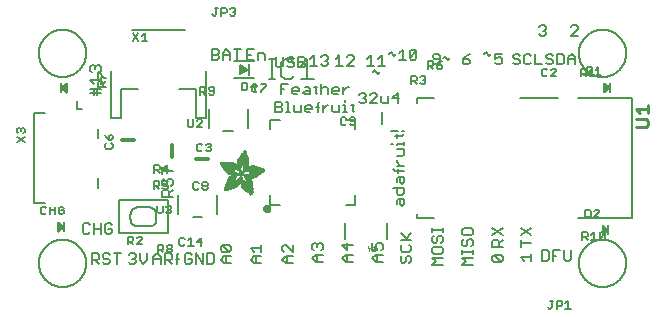
<source format=gbr>
G04 EAGLE Gerber RS-274X export*
G75*
%MOMM*%
%FSLAX34Y34*%
%LPD*%
%INSilkscreen Top*%
%IPPOS*%
%AMOC8*
5,1,8,0,0,1.08239X$1,22.5*%
G01*
%ADD10C,0.127000*%
%ADD11C,0.304800*%
%ADD12C,0.152400*%
%ADD13C,0.203200*%
%ADD14R,0.190500X0.889000*%
%ADD15C,0.406400*%
%ADD16C,0.025400*%
%ADD17R,0.200000X1.000000*%
%ADD18C,0.228600*%
%ADD19R,0.050800X0.006300*%
%ADD20R,0.082600X0.006400*%
%ADD21R,0.120600X0.006300*%
%ADD22R,0.139700X0.006400*%
%ADD23R,0.158800X0.006300*%
%ADD24R,0.177800X0.006400*%
%ADD25R,0.196800X0.006300*%
%ADD26R,0.215900X0.006400*%
%ADD27R,0.228600X0.006300*%
%ADD28R,0.241300X0.006400*%
%ADD29R,0.254000X0.006300*%
%ADD30R,0.266700X0.006400*%
%ADD31R,0.279400X0.006300*%
%ADD32R,0.285700X0.006400*%
%ADD33R,0.298400X0.006300*%
%ADD34R,0.311200X0.006400*%
%ADD35R,0.317500X0.006300*%
%ADD36R,0.330200X0.006400*%
%ADD37R,0.336600X0.006300*%
%ADD38R,0.349200X0.006400*%
%ADD39R,0.361900X0.006300*%
%ADD40R,0.368300X0.006400*%
%ADD41R,0.381000X0.006300*%
%ADD42R,0.387300X0.006400*%
%ADD43R,0.393700X0.006300*%
%ADD44R,0.406400X0.006400*%
%ADD45R,0.412700X0.006300*%
%ADD46R,0.419100X0.006400*%
%ADD47R,0.431800X0.006300*%
%ADD48R,0.438100X0.006400*%
%ADD49R,0.450800X0.006300*%
%ADD50R,0.457200X0.006400*%
%ADD51R,0.463500X0.006300*%
%ADD52R,0.476200X0.006400*%
%ADD53R,0.482600X0.006300*%
%ADD54R,0.488900X0.006400*%
%ADD55R,0.501600X0.006300*%
%ADD56R,0.508000X0.006400*%
%ADD57R,0.514300X0.006300*%
%ADD58R,0.527000X0.006400*%
%ADD59R,0.533400X0.006300*%
%ADD60R,0.546100X0.006400*%
%ADD61R,0.552400X0.006300*%
%ADD62R,0.558800X0.006400*%
%ADD63R,0.571500X0.006300*%
%ADD64R,0.577800X0.006400*%
%ADD65R,0.584200X0.006300*%
%ADD66R,0.596900X0.006400*%
%ADD67R,0.603200X0.006300*%
%ADD68R,0.609600X0.006400*%
%ADD69R,0.622300X0.006300*%
%ADD70R,0.628600X0.006400*%
%ADD71R,0.641300X0.006300*%
%ADD72R,0.647700X0.006400*%
%ADD73R,0.063500X0.006300*%
%ADD74R,0.654000X0.006300*%
%ADD75R,0.101600X0.006400*%
%ADD76R,0.666700X0.006400*%
%ADD77R,0.139700X0.006300*%
%ADD78R,0.673100X0.006300*%
%ADD79R,0.165100X0.006400*%
%ADD80R,0.679400X0.006400*%
%ADD81R,0.196900X0.006300*%
%ADD82R,0.692100X0.006300*%
%ADD83R,0.222200X0.006400*%
%ADD84R,0.698500X0.006400*%
%ADD85R,0.247700X0.006300*%
%ADD86R,0.704800X0.006300*%
%ADD87R,0.279400X0.006400*%
%ADD88R,0.717500X0.006400*%
%ADD89R,0.298500X0.006300*%
%ADD90R,0.723900X0.006300*%
%ADD91R,0.736600X0.006400*%
%ADD92R,0.342900X0.006300*%
%ADD93R,0.742900X0.006300*%
%ADD94R,0.374700X0.006400*%
%ADD95R,0.749300X0.006400*%
%ADD96R,0.762000X0.006300*%
%ADD97R,0.412700X0.006400*%
%ADD98R,0.768300X0.006400*%
%ADD99R,0.438100X0.006300*%
%ADD100R,0.774700X0.006300*%
%ADD101R,0.463600X0.006400*%
%ADD102R,0.787400X0.006400*%
%ADD103R,0.793700X0.006300*%
%ADD104R,0.495300X0.006400*%
%ADD105R,0.800100X0.006400*%
%ADD106R,0.520700X0.006300*%
%ADD107R,0.812800X0.006300*%
%ADD108R,0.533400X0.006400*%
%ADD109R,0.819100X0.006400*%
%ADD110R,0.558800X0.006300*%
%ADD111R,0.825500X0.006300*%
%ADD112R,0.577900X0.006400*%
%ADD113R,0.831800X0.006400*%
%ADD114R,0.596900X0.006300*%
%ADD115R,0.844500X0.006300*%
%ADD116R,0.616000X0.006400*%
%ADD117R,0.850900X0.006400*%
%ADD118R,0.635000X0.006300*%
%ADD119R,0.857200X0.006300*%
%ADD120R,0.654100X0.006400*%
%ADD121R,0.863600X0.006400*%
%ADD122R,0.666700X0.006300*%
%ADD123R,0.869900X0.006300*%
%ADD124R,0.685800X0.006400*%
%ADD125R,0.876300X0.006400*%
%ADD126R,0.882600X0.006300*%
%ADD127R,0.723900X0.006400*%
%ADD128R,0.889000X0.006400*%
%ADD129R,0.895300X0.006300*%
%ADD130R,0.755700X0.006400*%
%ADD131R,0.901700X0.006400*%
%ADD132R,0.908000X0.006300*%
%ADD133R,0.793800X0.006400*%
%ADD134R,0.914400X0.006400*%
%ADD135R,0.806400X0.006300*%
%ADD136R,0.920700X0.006300*%
%ADD137R,0.825500X0.006400*%
%ADD138R,0.927100X0.006400*%
%ADD139R,0.933400X0.006300*%
%ADD140R,0.857300X0.006400*%
%ADD141R,0.939800X0.006400*%
%ADD142R,0.870000X0.006300*%
%ADD143R,0.939800X0.006300*%
%ADD144R,0.946100X0.006400*%
%ADD145R,0.952500X0.006300*%
%ADD146R,0.908000X0.006400*%
%ADD147R,0.958800X0.006400*%
%ADD148R,0.965200X0.006300*%
%ADD149R,0.965200X0.006400*%
%ADD150R,0.971500X0.006300*%
%ADD151R,0.952500X0.006400*%
%ADD152R,0.977900X0.006400*%
%ADD153R,0.958800X0.006300*%
%ADD154R,0.984200X0.006300*%
%ADD155R,0.971500X0.006400*%
%ADD156R,0.984200X0.006400*%
%ADD157R,0.990600X0.006300*%
%ADD158R,0.984300X0.006400*%
%ADD159R,0.996900X0.006400*%
%ADD160R,0.997000X0.006300*%
%ADD161R,0.996900X0.006300*%
%ADD162R,1.003300X0.006400*%
%ADD163R,1.016000X0.006300*%
%ADD164R,1.009600X0.006300*%
%ADD165R,1.016000X0.006400*%
%ADD166R,1.009600X0.006400*%
%ADD167R,1.022300X0.006300*%
%ADD168R,1.028700X0.006400*%
%ADD169R,1.035100X0.006300*%
%ADD170R,1.047800X0.006400*%
%ADD171R,1.054100X0.006300*%
%ADD172R,1.028700X0.006300*%
%ADD173R,1.054100X0.006400*%
%ADD174R,1.035000X0.006400*%
%ADD175R,1.060400X0.006300*%
%ADD176R,1.035000X0.006300*%
%ADD177R,1.060500X0.006400*%
%ADD178R,1.041400X0.006400*%
%ADD179R,1.066800X0.006300*%
%ADD180R,1.041400X0.006300*%
%ADD181R,1.079500X0.006400*%
%ADD182R,1.047700X0.006400*%
%ADD183R,1.085900X0.006300*%
%ADD184R,1.047700X0.006300*%
%ADD185R,1.085800X0.006400*%
%ADD186R,1.092200X0.006300*%
%ADD187R,1.085900X0.006400*%
%ADD188R,1.098600X0.006300*%
%ADD189R,1.098600X0.006400*%
%ADD190R,1.060400X0.006400*%
%ADD191R,1.104900X0.006300*%
%ADD192R,1.104900X0.006400*%
%ADD193R,1.066800X0.006400*%
%ADD194R,1.111200X0.006300*%
%ADD195R,1.117600X0.006400*%
%ADD196R,1.117600X0.006300*%
%ADD197R,1.073100X0.006300*%
%ADD198R,1.073100X0.006400*%
%ADD199R,1.124000X0.006300*%
%ADD200R,1.079500X0.006300*%
%ADD201R,1.123900X0.006400*%
%ADD202R,1.130300X0.006300*%
%ADD203R,1.130300X0.006400*%
%ADD204R,1.136700X0.006400*%
%ADD205R,1.136700X0.006300*%
%ADD206R,1.085800X0.006300*%
%ADD207R,1.136600X0.006400*%
%ADD208R,1.136600X0.006300*%
%ADD209R,1.143000X0.006400*%
%ADD210R,1.143000X0.006300*%
%ADD211R,1.149400X0.006300*%
%ADD212R,1.149300X0.006300*%
%ADD213R,1.149300X0.006400*%
%ADD214R,1.149400X0.006400*%
%ADD215R,1.155700X0.006400*%
%ADD216R,1.155700X0.006300*%
%ADD217R,1.060500X0.006300*%
%ADD218R,2.197100X0.006400*%
%ADD219R,2.197100X0.006300*%
%ADD220R,2.184400X0.006300*%
%ADD221R,2.184400X0.006400*%
%ADD222R,2.171700X0.006400*%
%ADD223R,2.171700X0.006300*%
%ADD224R,1.530300X0.006400*%
%ADD225R,1.505000X0.006300*%
%ADD226R,1.492300X0.006400*%
%ADD227R,1.485900X0.006300*%
%ADD228R,0.565200X0.006300*%
%ADD229R,1.473200X0.006400*%
%ADD230R,0.565200X0.006400*%
%ADD231R,1.460500X0.006300*%
%ADD232R,1.454100X0.006400*%
%ADD233R,0.552400X0.006400*%
%ADD234R,1.441500X0.006300*%
%ADD235R,0.546100X0.006300*%
%ADD236R,1.435100X0.006400*%
%ADD237R,0.539800X0.006400*%
%ADD238R,1.428800X0.006300*%
%ADD239R,1.422400X0.006400*%
%ADD240R,1.409700X0.006300*%
%ADD241R,0.527100X0.006300*%
%ADD242R,1.403300X0.006400*%
%ADD243R,0.527100X0.006400*%
%ADD244R,1.390700X0.006300*%
%ADD245R,1.384300X0.006400*%
%ADD246R,0.520700X0.006400*%
%ADD247R,1.384300X0.006300*%
%ADD248R,0.514400X0.006300*%
%ADD249R,1.371600X0.006400*%
%ADD250R,1.365200X0.006300*%
%ADD251R,0.508000X0.006300*%
%ADD252R,1.352600X0.006400*%
%ADD253R,0.501700X0.006400*%
%ADD254R,0.711200X0.006300*%
%ADD255R,0.603300X0.006300*%
%ADD256R,0.501700X0.006300*%
%ADD257R,0.692100X0.006400*%
%ADD258R,0.571500X0.006400*%
%ADD259R,0.679400X0.006300*%
%ADD260R,0.495300X0.006300*%
%ADD261R,0.673100X0.006400*%
%ADD262R,0.666800X0.006300*%
%ADD263R,0.488900X0.006300*%
%ADD264R,0.660400X0.006400*%
%ADD265R,0.482600X0.006400*%
%ADD266R,0.476200X0.006300*%
%ADD267R,0.654000X0.006400*%
%ADD268R,0.469900X0.006400*%
%ADD269R,0.476300X0.006400*%
%ADD270R,0.647700X0.006300*%
%ADD271R,0.457200X0.006300*%
%ADD272R,0.469900X0.006300*%
%ADD273R,0.641300X0.006400*%
%ADD274R,0.444500X0.006400*%
%ADD275R,0.463600X0.006300*%
%ADD276R,0.635000X0.006400*%
%ADD277R,0.463500X0.006400*%
%ADD278R,0.393700X0.006400*%
%ADD279R,0.450800X0.006400*%
%ADD280R,0.628600X0.006300*%
%ADD281R,0.387400X0.006300*%
%ADD282R,0.450900X0.006300*%
%ADD283R,0.628700X0.006400*%
%ADD284R,0.374600X0.006400*%
%ADD285R,0.368300X0.006300*%
%ADD286R,0.438200X0.006300*%
%ADD287R,0.622300X0.006400*%
%ADD288R,0.355600X0.006400*%
%ADD289R,0.431800X0.006400*%
%ADD290R,0.349300X0.006300*%
%ADD291R,0.425400X0.006300*%
%ADD292R,0.615900X0.006300*%
%ADD293R,0.330200X0.006300*%
%ADD294R,0.419100X0.006300*%
%ADD295R,0.616000X0.006300*%
%ADD296R,0.311200X0.006300*%
%ADD297R,0.406400X0.006300*%
%ADD298R,0.615900X0.006400*%
%ADD299R,0.304800X0.006400*%
%ADD300R,0.158800X0.006400*%
%ADD301R,0.609600X0.006300*%
%ADD302R,0.292100X0.006300*%
%ADD303R,0.235000X0.006300*%
%ADD304R,0.387400X0.006400*%
%ADD305R,0.292100X0.006400*%
%ADD306R,0.336500X0.006300*%
%ADD307R,0.260400X0.006300*%
%ADD308R,0.603300X0.006400*%
%ADD309R,0.260400X0.006400*%
%ADD310R,0.362000X0.006400*%
%ADD311R,0.450900X0.006400*%
%ADD312R,0.355600X0.006300*%
%ADD313R,0.342900X0.006400*%
%ADD314R,0.514300X0.006400*%
%ADD315R,0.234900X0.006300*%
%ADD316R,0.539700X0.006300*%
%ADD317R,0.603200X0.006400*%
%ADD318R,0.234900X0.006400*%
%ADD319R,0.920700X0.006400*%
%ADD320R,0.958900X0.006400*%
%ADD321R,0.215900X0.006300*%
%ADD322R,0.209600X0.006400*%
%ADD323R,0.203200X0.006300*%
%ADD324R,1.003300X0.006300*%
%ADD325R,0.203200X0.006400*%
%ADD326R,0.196900X0.006400*%
%ADD327R,0.190500X0.006300*%
%ADD328R,0.190500X0.006400*%
%ADD329R,0.184200X0.006300*%
%ADD330R,0.590500X0.006400*%
%ADD331R,0.184200X0.006400*%
%ADD332R,0.590500X0.006300*%
%ADD333R,0.177800X0.006300*%
%ADD334R,0.584200X0.006400*%
%ADD335R,1.168400X0.006400*%
%ADD336R,0.171500X0.006300*%
%ADD337R,1.187500X0.006300*%
%ADD338R,1.200100X0.006400*%
%ADD339R,0.577800X0.006300*%
%ADD340R,1.212900X0.006300*%
%ADD341R,1.231900X0.006400*%
%ADD342R,1.250900X0.006300*%
%ADD343R,0.565100X0.006400*%
%ADD344R,0.184100X0.006400*%
%ADD345R,1.263700X0.006400*%
%ADD346R,0.565100X0.006300*%
%ADD347R,1.289100X0.006300*%
%ADD348R,1.314400X0.006400*%
%ADD349R,0.552500X0.006300*%
%ADD350R,1.568500X0.006300*%
%ADD351R,0.552500X0.006400*%
%ADD352R,1.581200X0.006400*%
%ADD353R,1.593800X0.006300*%
%ADD354R,1.606500X0.006400*%
%ADD355R,1.619300X0.006300*%
%ADD356R,0.514400X0.006400*%
%ADD357R,1.638300X0.006400*%
%ADD358R,1.657300X0.006300*%
%ADD359R,2.209800X0.006400*%
%ADD360R,2.425700X0.006300*%
%ADD361R,2.470100X0.006400*%
%ADD362R,2.501900X0.006300*%
%ADD363R,2.533700X0.006400*%
%ADD364R,2.559000X0.006300*%
%ADD365R,2.584500X0.006400*%
%ADD366R,2.609900X0.006300*%
%ADD367R,2.628900X0.006400*%
%ADD368R,2.660600X0.006300*%
%ADD369R,2.673400X0.006400*%
%ADD370R,1.422400X0.006300*%
%ADD371R,1.200200X0.006300*%
%ADD372R,1.365300X0.006300*%
%ADD373R,1.365300X0.006400*%
%ADD374R,1.352500X0.006300*%
%ADD375R,1.098500X0.006300*%
%ADD376R,1.358900X0.006400*%
%ADD377R,1.352600X0.006300*%
%ADD378R,1.358900X0.006300*%
%ADD379R,1.371600X0.006300*%
%ADD380R,1.377900X0.006400*%
%ADD381R,1.397000X0.006400*%
%ADD382R,1.403300X0.006300*%
%ADD383R,0.914400X0.006300*%
%ADD384R,0.876300X0.006300*%
%ADD385R,0.374600X0.006300*%
%ADD386R,1.073200X0.006400*%
%ADD387R,0.374700X0.006300*%
%ADD388R,0.844600X0.006400*%
%ADD389R,0.844600X0.006300*%
%ADD390R,0.831900X0.006400*%
%ADD391R,1.092200X0.006400*%
%ADD392R,0.400000X0.006300*%
%ADD393R,0.819200X0.006400*%
%ADD394R,1.111300X0.006400*%
%ADD395R,0.812800X0.006400*%
%ADD396R,0.800100X0.006300*%
%ADD397R,0.476300X0.006300*%
%ADD398R,1.181100X0.006300*%
%ADD399R,0.501600X0.006400*%
%ADD400R,1.193800X0.006400*%
%ADD401R,0.781000X0.006400*%
%ADD402R,1.238200X0.006400*%
%ADD403R,0.781100X0.006300*%
%ADD404R,1.257300X0.006300*%
%ADD405R,1.295400X0.006400*%
%ADD406R,1.333500X0.006300*%
%ADD407R,0.774700X0.006400*%
%ADD408R,1.866900X0.006400*%
%ADD409R,0.209600X0.006300*%
%ADD410R,1.866900X0.006300*%
%ADD411R,0.768400X0.006400*%
%ADD412R,0.209500X0.006400*%
%ADD413R,1.860600X0.006400*%
%ADD414R,0.762000X0.006400*%
%ADD415R,0.768400X0.006300*%
%ADD416R,1.860600X0.006300*%
%ADD417R,1.860500X0.006400*%
%ADD418R,0.222300X0.006300*%
%ADD419R,1.854200X0.006300*%
%ADD420R,0.235000X0.006400*%
%ADD421R,1.854200X0.006400*%
%ADD422R,0.768300X0.006300*%
%ADD423R,0.260300X0.006400*%
%ADD424R,1.847800X0.006400*%
%ADD425R,0.266700X0.006300*%
%ADD426R,1.847800X0.006300*%
%ADD427R,0.273100X0.006400*%
%ADD428R,1.841500X0.006400*%
%ADD429R,0.285800X0.006300*%
%ADD430R,1.841500X0.006300*%
%ADD431R,0.298500X0.006400*%
%ADD432R,1.835100X0.006400*%
%ADD433R,0.781000X0.006300*%
%ADD434R,0.304800X0.006300*%
%ADD435R,1.835100X0.006300*%
%ADD436R,0.317500X0.006400*%
%ADD437R,1.828800X0.006400*%
%ADD438R,0.787400X0.006300*%
%ADD439R,0.323800X0.006300*%
%ADD440R,1.828800X0.006300*%
%ADD441R,0.793700X0.006400*%
%ADD442R,1.822400X0.006400*%
%ADD443R,0.806500X0.006300*%
%ADD444R,1.822400X0.006300*%
%ADD445R,1.816100X0.006400*%
%ADD446R,0.819100X0.006300*%
%ADD447R,0.387300X0.006300*%
%ADD448R,1.816100X0.006300*%
%ADD449R,1.809800X0.006400*%
%ADD450R,1.803400X0.006300*%
%ADD451R,1.797000X0.006400*%
%ADD452R,0.901700X0.006300*%
%ADD453R,1.797000X0.006300*%
%ADD454R,1.441400X0.006400*%
%ADD455R,1.790700X0.006400*%
%ADD456R,1.447800X0.006300*%
%ADD457R,1.784300X0.006300*%
%ADD458R,1.447800X0.006400*%
%ADD459R,1.784300X0.006400*%
%ADD460R,1.454100X0.006300*%
%ADD461R,1.771700X0.006300*%
%ADD462R,1.460500X0.006400*%
%ADD463R,1.759000X0.006400*%
%ADD464R,1.466800X0.006300*%
%ADD465R,1.752600X0.006300*%
%ADD466R,1.466800X0.006400*%
%ADD467R,1.739900X0.006400*%
%ADD468R,1.473200X0.006300*%
%ADD469R,1.727200X0.006300*%
%ADD470R,1.479500X0.006400*%
%ADD471R,1.714500X0.006400*%
%ADD472R,1.695400X0.006300*%
%ADD473R,1.485900X0.006400*%
%ADD474R,1.682700X0.006400*%
%ADD475R,1.492200X0.006300*%
%ADD476R,1.663700X0.006300*%
%ADD477R,1.498600X0.006400*%
%ADD478R,1.644600X0.006400*%
%ADD479R,1.498600X0.006300*%
%ADD480R,1.619200X0.006300*%
%ADD481R,1.511300X0.006400*%
%ADD482R,1.600200X0.006400*%
%ADD483R,1.517700X0.006300*%
%ADD484R,1.574800X0.006300*%
%ADD485R,1.524000X0.006400*%
%ADD486R,1.555800X0.006400*%
%ADD487R,1.524000X0.006300*%
%ADD488R,1.536700X0.006300*%
%ADD489R,1.530400X0.006400*%
%ADD490R,1.517700X0.006400*%
%ADD491R,1.492300X0.006300*%
%ADD492R,1.549400X0.006400*%
%ADD493R,1.479600X0.006400*%
%ADD494R,1.549400X0.006300*%
%ADD495R,1.555700X0.006400*%
%ADD496R,1.562100X0.006300*%
%ADD497R,0.323900X0.006300*%
%ADD498R,1.568400X0.006400*%
%ADD499R,0.336600X0.006400*%
%ADD500R,1.587500X0.006300*%
%ADD501R,0.971600X0.006300*%
%ADD502R,0.349300X0.006400*%
%ADD503R,1.600200X0.006300*%
%ADD504R,0.920800X0.006300*%
%ADD505R,0.882700X0.006400*%
%ADD506R,1.612900X0.006300*%
%ADD507R,0.362000X0.006300*%
%ADD508R,1.625600X0.006400*%
%ADD509R,1.625600X0.006300*%
%ADD510R,1.644600X0.006300*%
%ADD511R,0.736600X0.006300*%
%ADD512R,0.717600X0.006400*%
%ADD513R,1.657400X0.006300*%
%ADD514R,0.679500X0.006300*%
%ADD515R,1.663700X0.006400*%
%ADD516R,0.400000X0.006400*%
%ADD517R,1.676400X0.006300*%
%ADD518R,1.676400X0.006400*%
%ADD519R,0.425500X0.006400*%
%ADD520R,1.352500X0.006400*%
%ADD521R,0.444500X0.006300*%
%ADD522R,0.361900X0.006400*%
%ADD523R,0.088900X0.006300*%
%ADD524R,1.009700X0.006300*%
%ADD525R,1.009700X0.006400*%
%ADD526R,1.022300X0.006400*%
%ADD527R,1.346200X0.006400*%
%ADD528R,1.346200X0.006300*%
%ADD529R,1.339900X0.006400*%
%ADD530R,1.035100X0.006400*%
%ADD531R,1.339800X0.006300*%
%ADD532R,1.333500X0.006400*%
%ADD533R,1.327200X0.006400*%
%ADD534R,1.320800X0.006300*%
%ADD535R,1.314500X0.006400*%
%ADD536R,1.314400X0.006300*%
%ADD537R,1.301700X0.006400*%
%ADD538R,1.295400X0.006300*%
%ADD539R,1.289000X0.006400*%
%ADD540R,1.276300X0.006300*%
%ADD541R,1.251000X0.006300*%
%ADD542R,1.244600X0.006400*%
%ADD543R,1.231900X0.006300*%
%ADD544R,1.212800X0.006400*%
%ADD545R,1.200100X0.006300*%
%ADD546R,1.187400X0.006400*%
%ADD547R,1.168400X0.006300*%
%ADD548R,1.047800X0.006300*%
%ADD549R,0.977900X0.006300*%
%ADD550R,0.946200X0.006400*%
%ADD551R,0.933400X0.006400*%
%ADD552R,0.895300X0.006400*%
%ADD553R,0.882700X0.006300*%
%ADD554R,0.863600X0.006300*%
%ADD555R,0.857200X0.006400*%
%ADD556R,0.850900X0.006300*%
%ADD557R,0.838200X0.006300*%
%ADD558R,0.806500X0.006400*%
%ADD559R,0.717600X0.006300*%
%ADD560R,0.711200X0.006400*%
%ADD561R,0.641400X0.006400*%
%ADD562R,0.641400X0.006300*%
%ADD563R,0.628700X0.006300*%
%ADD564R,0.590600X0.006300*%
%ADD565R,0.539700X0.006400*%
%ADD566R,0.285700X0.006300*%
%ADD567R,0.222200X0.006300*%
%ADD568R,0.171400X0.006300*%
%ADD569R,0.152400X0.006400*%
%ADD570R,0.133400X0.006300*%

G36*
X482657Y48774D02*
X482657Y48774D01*
X482675Y48772D01*
X482777Y48800D01*
X482880Y48822D01*
X482895Y48831D01*
X482912Y48836D01*
X483057Y48921D01*
X488137Y52731D01*
X488140Y52734D01*
X488144Y52736D01*
X488225Y52823D01*
X488307Y52908D01*
X488309Y52912D01*
X488312Y52915D01*
X488362Y53024D01*
X488412Y53131D01*
X488412Y53135D01*
X488414Y53139D01*
X488427Y53257D01*
X488440Y53375D01*
X488440Y53379D01*
X488440Y53384D01*
X488414Y53500D01*
X488390Y53616D01*
X488387Y53620D01*
X488386Y53624D01*
X488325Y53726D01*
X488265Y53828D01*
X488261Y53831D01*
X488259Y53834D01*
X488137Y53949D01*
X483057Y57759D01*
X483041Y57767D01*
X483028Y57780D01*
X483013Y57787D01*
X483005Y57793D01*
X482955Y57813D01*
X482932Y57824D01*
X482839Y57873D01*
X482821Y57876D01*
X482805Y57883D01*
X482700Y57895D01*
X482596Y57911D01*
X482578Y57908D01*
X482561Y57910D01*
X482458Y57888D01*
X482353Y57870D01*
X482338Y57862D01*
X482320Y57858D01*
X482230Y57804D01*
X482137Y57754D01*
X482124Y57741D01*
X482109Y57732D01*
X482040Y57652D01*
X481968Y57575D01*
X481961Y57558D01*
X481949Y57545D01*
X481910Y57447D01*
X481866Y57351D01*
X481864Y57333D01*
X481857Y57317D01*
X481839Y57150D01*
X481839Y49530D01*
X481842Y49512D01*
X481840Y49495D01*
X481861Y49391D01*
X481879Y49287D01*
X481887Y49272D01*
X481891Y49254D01*
X481944Y49163D01*
X481994Y49070D01*
X482006Y49058D01*
X482016Y49042D01*
X482095Y48973D01*
X482172Y48901D01*
X482188Y48893D01*
X482202Y48881D01*
X482299Y48841D01*
X482395Y48797D01*
X482413Y48795D01*
X482429Y48788D01*
X482535Y48781D01*
X482639Y48770D01*
X482657Y48774D01*
G37*
G36*
X483927Y169424D02*
X483927Y169424D01*
X483945Y169422D01*
X484047Y169450D01*
X484150Y169472D01*
X484165Y169481D01*
X484182Y169486D01*
X484327Y169571D01*
X489407Y173381D01*
X489410Y173384D01*
X489414Y173386D01*
X489495Y173473D01*
X489577Y173558D01*
X489579Y173562D01*
X489582Y173565D01*
X489632Y173674D01*
X489682Y173781D01*
X489682Y173785D01*
X489684Y173789D01*
X489697Y173907D01*
X489710Y174025D01*
X489710Y174029D01*
X489710Y174034D01*
X489684Y174150D01*
X489660Y174266D01*
X489657Y174270D01*
X489656Y174274D01*
X489595Y174376D01*
X489535Y174478D01*
X489531Y174481D01*
X489529Y174484D01*
X489407Y174599D01*
X484327Y178409D01*
X484311Y178417D01*
X484298Y178430D01*
X484283Y178437D01*
X484275Y178443D01*
X484225Y178463D01*
X484202Y178474D01*
X484109Y178523D01*
X484091Y178526D01*
X484075Y178533D01*
X483970Y178545D01*
X483866Y178561D01*
X483848Y178558D01*
X483831Y178560D01*
X483728Y178538D01*
X483623Y178520D01*
X483608Y178512D01*
X483590Y178508D01*
X483500Y178454D01*
X483407Y178404D01*
X483394Y178391D01*
X483379Y178382D01*
X483310Y178302D01*
X483238Y178225D01*
X483231Y178208D01*
X483219Y178195D01*
X483180Y178097D01*
X483136Y178001D01*
X483134Y177983D01*
X483127Y177967D01*
X483109Y177800D01*
X483109Y170180D01*
X483112Y170162D01*
X483110Y170145D01*
X483131Y170041D01*
X483149Y169937D01*
X483157Y169922D01*
X483161Y169904D01*
X483214Y169813D01*
X483264Y169720D01*
X483276Y169708D01*
X483286Y169692D01*
X483365Y169623D01*
X483442Y169551D01*
X483458Y169543D01*
X483472Y169531D01*
X483569Y169491D01*
X483665Y169447D01*
X483683Y169445D01*
X483699Y169438D01*
X483805Y169431D01*
X483909Y169420D01*
X483927Y169424D01*
G37*
G36*
X21647Y51314D02*
X21647Y51314D01*
X21665Y51312D01*
X21767Y51340D01*
X21870Y51362D01*
X21885Y51371D01*
X21902Y51376D01*
X22047Y51461D01*
X27127Y55271D01*
X27130Y55274D01*
X27134Y55276D01*
X27215Y55363D01*
X27297Y55448D01*
X27299Y55452D01*
X27302Y55455D01*
X27352Y55564D01*
X27402Y55671D01*
X27402Y55675D01*
X27404Y55679D01*
X27417Y55797D01*
X27430Y55915D01*
X27430Y55919D01*
X27430Y55924D01*
X27404Y56040D01*
X27380Y56156D01*
X27377Y56160D01*
X27376Y56164D01*
X27315Y56266D01*
X27255Y56368D01*
X27251Y56371D01*
X27249Y56374D01*
X27127Y56489D01*
X22047Y60299D01*
X22031Y60307D01*
X22018Y60320D01*
X22003Y60327D01*
X21995Y60333D01*
X21945Y60353D01*
X21922Y60364D01*
X21829Y60413D01*
X21811Y60416D01*
X21795Y60423D01*
X21690Y60435D01*
X21586Y60451D01*
X21568Y60448D01*
X21551Y60450D01*
X21448Y60428D01*
X21343Y60410D01*
X21328Y60402D01*
X21310Y60398D01*
X21220Y60344D01*
X21127Y60294D01*
X21114Y60281D01*
X21099Y60272D01*
X21030Y60192D01*
X20958Y60115D01*
X20951Y60098D01*
X20939Y60085D01*
X20900Y59987D01*
X20856Y59891D01*
X20854Y59873D01*
X20847Y59857D01*
X20829Y59690D01*
X20829Y52070D01*
X20832Y52052D01*
X20830Y52035D01*
X20851Y51931D01*
X20869Y51827D01*
X20877Y51812D01*
X20881Y51794D01*
X20934Y51703D01*
X20984Y51610D01*
X20996Y51598D01*
X21006Y51582D01*
X21085Y51513D01*
X21162Y51441D01*
X21178Y51433D01*
X21192Y51421D01*
X21289Y51381D01*
X21385Y51337D01*
X21403Y51335D01*
X21419Y51328D01*
X21525Y51321D01*
X21629Y51310D01*
X21647Y51314D01*
G37*
G36*
X29012Y169022D02*
X29012Y169022D01*
X29029Y169020D01*
X29132Y169042D01*
X29237Y169060D01*
X29252Y169068D01*
X29270Y169072D01*
X29360Y169126D01*
X29454Y169176D01*
X29466Y169189D01*
X29481Y169198D01*
X29550Y169278D01*
X29622Y169355D01*
X29629Y169372D01*
X29641Y169385D01*
X29680Y169483D01*
X29724Y169579D01*
X29726Y169597D01*
X29733Y169613D01*
X29751Y169780D01*
X29751Y177400D01*
X29749Y177417D01*
X29750Y177432D01*
X29750Y177435D01*
X29729Y177539D01*
X29712Y177643D01*
X29703Y177658D01*
X29700Y177676D01*
X29646Y177767D01*
X29596Y177860D01*
X29584Y177872D01*
X29575Y177888D01*
X29495Y177957D01*
X29418Y178030D01*
X29402Y178037D01*
X29388Y178049D01*
X29291Y178089D01*
X29195Y178133D01*
X29177Y178135D01*
X29161Y178142D01*
X29055Y178149D01*
X28951Y178160D01*
X28933Y178156D01*
X28915Y178158D01*
X28813Y178130D01*
X28740Y178114D01*
X28737Y178114D01*
X28710Y178108D01*
X28695Y178099D01*
X28678Y178094D01*
X28533Y178009D01*
X23453Y174199D01*
X23450Y174196D01*
X23447Y174194D01*
X23365Y174107D01*
X23283Y174022D01*
X23281Y174018D01*
X23278Y174015D01*
X23228Y173906D01*
X23178Y173799D01*
X23178Y173795D01*
X23176Y173791D01*
X23163Y173673D01*
X23150Y173555D01*
X23150Y173551D01*
X23150Y173546D01*
X23176Y173430D01*
X23201Y173314D01*
X23203Y173310D01*
X23204Y173306D01*
X23265Y173204D01*
X23326Y173102D01*
X23329Y173099D01*
X23331Y173096D01*
X23453Y172981D01*
X28533Y169171D01*
X28549Y169163D01*
X28562Y169151D01*
X28658Y169106D01*
X28751Y169057D01*
X28769Y169054D01*
X28785Y169047D01*
X28890Y169035D01*
X28994Y169019D01*
X29012Y169022D01*
G37*
G36*
X177115Y186223D02*
X177115Y186223D01*
X177186Y186221D01*
X177256Y186240D01*
X177327Y186248D01*
X177382Y186273D01*
X177461Y186293D01*
X177564Y186354D01*
X177633Y186385D01*
X180633Y188385D01*
X180720Y188462D01*
X180810Y188535D01*
X180825Y188557D01*
X180845Y188575D01*
X180907Y188672D01*
X180974Y188767D01*
X180982Y188793D01*
X180997Y188815D01*
X181029Y188926D01*
X181067Y189036D01*
X181068Y189063D01*
X181075Y189088D01*
X181075Y189204D01*
X181081Y189320D01*
X181075Y189346D01*
X181075Y189373D01*
X181043Y189484D01*
X181017Y189597D01*
X181004Y189620D01*
X180996Y189646D01*
X180934Y189744D01*
X180878Y189845D01*
X180860Y189861D01*
X180845Y189886D01*
X180637Y190071D01*
X180633Y190075D01*
X177633Y192075D01*
X177569Y192106D01*
X177509Y192146D01*
X177441Y192167D01*
X177377Y192198D01*
X177306Y192210D01*
X177238Y192231D01*
X177167Y192233D01*
X177097Y192245D01*
X177025Y192237D01*
X176954Y192239D01*
X176885Y192221D01*
X176814Y192212D01*
X176748Y192185D01*
X176679Y192167D01*
X176618Y192130D01*
X176552Y192103D01*
X176496Y192058D01*
X176434Y192022D01*
X176385Y191970D01*
X176330Y191925D01*
X176289Y191867D01*
X176240Y191814D01*
X176207Y191751D01*
X176166Y191693D01*
X176143Y191625D01*
X176110Y191561D01*
X176100Y191502D01*
X176073Y191424D01*
X176067Y191305D01*
X176055Y191230D01*
X176055Y187230D01*
X176065Y187159D01*
X176065Y187087D01*
X176085Y187019D01*
X176095Y186949D01*
X176124Y186883D01*
X176144Y186814D01*
X176182Y186754D01*
X176211Y186689D01*
X176257Y186634D01*
X176295Y186574D01*
X176349Y186526D01*
X176395Y186472D01*
X176454Y186432D01*
X176508Y186385D01*
X176572Y186354D01*
X176631Y186315D01*
X176700Y186293D01*
X176764Y186262D01*
X176834Y186250D01*
X176902Y186229D01*
X176974Y186227D01*
X177045Y186215D01*
X177115Y186223D01*
G37*
D10*
X206312Y200033D02*
X206312Y192618D01*
X207795Y191135D01*
X210761Y191135D01*
X212244Y192618D01*
X212244Y200033D01*
X220116Y200033D02*
X221599Y198550D01*
X220116Y200033D02*
X217150Y200033D01*
X215667Y198550D01*
X215667Y197067D01*
X217150Y195584D01*
X220116Y195584D01*
X221599Y194101D01*
X221599Y192618D01*
X220116Y191135D01*
X217150Y191135D01*
X215667Y192618D01*
X225023Y191135D02*
X225023Y200033D01*
X229471Y200033D01*
X230954Y198550D01*
X230954Y197067D01*
X229471Y195584D01*
X230954Y194101D01*
X230954Y192618D01*
X229471Y191135D01*
X225023Y191135D01*
X225023Y195584D02*
X229471Y195584D01*
X50102Y33663D02*
X50102Y24765D01*
X50102Y33663D02*
X54551Y33663D01*
X56034Y32180D01*
X56034Y29214D01*
X54551Y27731D01*
X50102Y27731D01*
X53068Y27731D02*
X56034Y24765D01*
X63906Y33663D02*
X65389Y32180D01*
X63906Y33663D02*
X60940Y33663D01*
X59457Y32180D01*
X59457Y30697D01*
X60940Y29214D01*
X63906Y29214D01*
X65389Y27731D01*
X65389Y26248D01*
X63906Y24765D01*
X60940Y24765D01*
X59457Y26248D01*
X71778Y24765D02*
X71778Y33663D01*
X68813Y33663D02*
X74744Y33663D01*
X102461Y30697D02*
X102461Y24765D01*
X102461Y30697D02*
X105427Y33663D01*
X108393Y30697D01*
X108393Y24765D01*
X108393Y29214D02*
X102461Y29214D01*
X111817Y24765D02*
X111817Y33663D01*
X116265Y33663D01*
X117748Y32180D01*
X117748Y29214D01*
X116265Y27731D01*
X111817Y27731D01*
X114782Y27731D02*
X117748Y24765D01*
X122655Y24765D02*
X122655Y32180D01*
X124138Y33663D01*
X124138Y29214D02*
X121172Y29214D01*
X82933Y33663D02*
X81450Y32180D01*
X82933Y33663D02*
X85899Y33663D01*
X87382Y32180D01*
X87382Y30697D01*
X85899Y29214D01*
X84416Y29214D01*
X85899Y29214D02*
X87382Y27731D01*
X87382Y26248D01*
X85899Y24765D01*
X82933Y24765D01*
X81450Y26248D01*
X90805Y27731D02*
X90805Y33663D01*
X90805Y27731D02*
X93771Y24765D01*
X96737Y27731D01*
X96737Y33663D01*
X290613Y26840D02*
X296545Y26840D01*
X290613Y26840D02*
X287647Y29806D01*
X290613Y32772D01*
X296545Y32772D01*
X292096Y32772D02*
X292096Y26840D01*
X287647Y36195D02*
X287647Y42127D01*
X287647Y36195D02*
X292096Y36195D01*
X290613Y39161D01*
X290613Y40644D01*
X292096Y42127D01*
X295062Y42127D01*
X296545Y40644D01*
X296545Y37678D01*
X295062Y36195D01*
X271145Y26840D02*
X265213Y26840D01*
X262247Y29806D01*
X265213Y32772D01*
X271145Y32772D01*
X266696Y32772D02*
X266696Y26840D01*
X271145Y40644D02*
X262247Y40644D01*
X266696Y36195D01*
X266696Y42127D01*
X245745Y26840D02*
X239813Y26840D01*
X236847Y29806D01*
X239813Y32772D01*
X245745Y32772D01*
X241296Y32772D02*
X241296Y26840D01*
X238330Y36195D02*
X236847Y37678D01*
X236847Y40644D01*
X238330Y42127D01*
X239813Y42127D01*
X241296Y40644D01*
X241296Y39161D01*
X241296Y40644D02*
X242779Y42127D01*
X244262Y42127D01*
X245745Y40644D01*
X245745Y37678D01*
X244262Y36195D01*
X220345Y25570D02*
X214413Y25570D01*
X211447Y28536D01*
X214413Y31502D01*
X220345Y31502D01*
X215896Y31502D02*
X215896Y25570D01*
X220345Y34925D02*
X220345Y40857D01*
X220345Y34925D02*
X214413Y40857D01*
X212930Y40857D01*
X211447Y39374D01*
X211447Y36408D01*
X212930Y34925D01*
X193675Y25570D02*
X187743Y25570D01*
X184777Y28536D01*
X187743Y31502D01*
X193675Y31502D01*
X189226Y31502D02*
X189226Y25570D01*
X187743Y34925D02*
X184777Y37891D01*
X193675Y37891D01*
X193675Y34925D02*
X193675Y40857D01*
X168275Y25570D02*
X162343Y25570D01*
X159377Y28536D01*
X162343Y31502D01*
X168275Y31502D01*
X163826Y31502D02*
X163826Y25570D01*
X166792Y34925D02*
X160860Y34925D01*
X159377Y36408D01*
X159377Y39374D01*
X160860Y40857D01*
X166792Y40857D01*
X168275Y39374D01*
X168275Y36408D01*
X166792Y34925D01*
X160860Y40857D01*
X235120Y198337D02*
X238086Y201303D01*
X238086Y192405D01*
X235120Y192405D02*
X241052Y192405D01*
X244475Y199820D02*
X245958Y201303D01*
X248924Y201303D01*
X250407Y199820D01*
X250407Y198337D01*
X248924Y196854D01*
X247441Y196854D01*
X248924Y196854D02*
X250407Y195371D01*
X250407Y193888D01*
X248924Y192405D01*
X245958Y192405D01*
X244475Y193888D01*
X382440Y202573D02*
X383923Y204056D01*
X386889Y201090D01*
X388372Y202573D01*
X391795Y202573D02*
X397727Y202573D01*
X391795Y202573D02*
X391795Y198124D01*
X394761Y199607D01*
X396244Y199607D01*
X397727Y198124D01*
X397727Y195158D01*
X396244Y193675D01*
X393278Y193675D01*
X391795Y195158D01*
X286346Y201303D02*
X283380Y198337D01*
X286346Y201303D02*
X286346Y192405D01*
X283380Y192405D02*
X289312Y192405D01*
X292735Y198337D02*
X295701Y201303D01*
X295701Y192405D01*
X292735Y192405D02*
X298667Y192405D01*
X310518Y203332D02*
X313314Y206128D01*
X313314Y197739D01*
X310518Y197739D02*
X316110Y197739D01*
X319405Y199137D02*
X319405Y204730D01*
X320803Y206128D01*
X323600Y206128D01*
X324998Y204730D01*
X324998Y199137D01*
X323600Y197739D01*
X320803Y197739D01*
X319405Y199137D01*
X324998Y204730D01*
X338857Y195158D02*
X340340Y193675D01*
X343306Y193675D01*
X344789Y195158D01*
X344789Y201090D01*
X343306Y202573D01*
X340340Y202573D01*
X338857Y201090D01*
X338857Y199607D01*
X340340Y198124D01*
X344789Y198124D01*
X313260Y31904D02*
X311777Y30421D01*
X311777Y27455D01*
X313260Y25972D01*
X314743Y25972D01*
X316226Y27455D01*
X316226Y30421D01*
X317709Y31904D01*
X319192Y31904D01*
X320675Y30421D01*
X320675Y27455D01*
X319192Y25972D01*
X311777Y39776D02*
X313260Y41259D01*
X311777Y39776D02*
X311777Y36810D01*
X313260Y35327D01*
X319192Y35327D01*
X320675Y36810D01*
X320675Y39776D01*
X319192Y41259D01*
X320675Y44683D02*
X311777Y44683D01*
X311777Y50614D02*
X317709Y44683D01*
X316226Y46166D02*
X320675Y50614D01*
X338447Y24124D02*
X347345Y24124D01*
X341413Y27090D02*
X338447Y24124D01*
X341413Y27090D02*
X338447Y30056D01*
X347345Y30056D01*
X338447Y34962D02*
X338447Y37928D01*
X338447Y34962D02*
X339930Y33479D01*
X345862Y33479D01*
X347345Y34962D01*
X347345Y37928D01*
X345862Y39411D01*
X339930Y39411D01*
X338447Y37928D01*
X338447Y47283D02*
X339930Y48766D01*
X338447Y47283D02*
X338447Y44317D01*
X339930Y42834D01*
X341413Y42834D01*
X342896Y44317D01*
X342896Y47283D01*
X344379Y48766D01*
X345862Y48766D01*
X347345Y47283D01*
X347345Y44317D01*
X345862Y42834D01*
X347345Y52189D02*
X347345Y55155D01*
X347345Y53672D02*
X338447Y53672D01*
X338447Y52189D02*
X338447Y55155D01*
X363847Y24124D02*
X372745Y24124D01*
X366813Y27090D02*
X363847Y24124D01*
X366813Y27090D02*
X363847Y30056D01*
X372745Y30056D01*
X372745Y33479D02*
X372745Y36445D01*
X372745Y34962D02*
X363847Y34962D01*
X363847Y33479D02*
X363847Y36445D01*
X363847Y44165D02*
X365330Y45648D01*
X363847Y44165D02*
X363847Y41199D01*
X365330Y39716D01*
X366813Y39716D01*
X368296Y41199D01*
X368296Y44165D01*
X369779Y45648D01*
X371262Y45648D01*
X372745Y44165D01*
X372745Y41199D01*
X371262Y39716D01*
X363847Y50554D02*
X363847Y53520D01*
X363847Y50554D02*
X365330Y49071D01*
X371262Y49071D01*
X372745Y50554D01*
X372745Y53520D01*
X371262Y55003D01*
X365330Y55003D01*
X363847Y53520D01*
X412904Y201090D02*
X411421Y202573D01*
X408455Y202573D01*
X406972Y201090D01*
X406972Y199607D01*
X408455Y198124D01*
X411421Y198124D01*
X412904Y196641D01*
X412904Y195158D01*
X411421Y193675D01*
X408455Y193675D01*
X406972Y195158D01*
X420776Y202573D02*
X422259Y201090D01*
X420776Y202573D02*
X417810Y202573D01*
X416327Y201090D01*
X416327Y195158D01*
X417810Y193675D01*
X420776Y193675D01*
X422259Y195158D01*
X425683Y193675D02*
X425683Y202573D01*
X425683Y193675D02*
X431614Y193675D01*
X439361Y202573D02*
X440844Y201090D01*
X439361Y202573D02*
X436395Y202573D01*
X434912Y201090D01*
X434912Y199607D01*
X436395Y198124D01*
X439361Y198124D01*
X440844Y196641D01*
X440844Y195158D01*
X439361Y193675D01*
X436395Y193675D01*
X434912Y195158D01*
X444267Y193675D02*
X444267Y202573D01*
X444267Y193675D02*
X448716Y193675D01*
X450199Y195158D01*
X450199Y201090D01*
X448716Y202573D01*
X444267Y202573D01*
X453623Y199607D02*
X453623Y193675D01*
X453623Y199607D02*
X456588Y202573D01*
X459554Y199607D01*
X459554Y193675D01*
X459554Y198124D02*
X453623Y198124D01*
X429027Y225220D02*
X430510Y226703D01*
X433476Y226703D01*
X434959Y225220D01*
X434959Y223737D01*
X433476Y222254D01*
X431993Y222254D01*
X433476Y222254D02*
X434959Y220771D01*
X434959Y219288D01*
X433476Y217805D01*
X430510Y217805D01*
X429027Y219288D01*
X455697Y217805D02*
X461629Y217805D01*
X455697Y217805D02*
X461629Y223737D01*
X461629Y225220D01*
X460146Y226703D01*
X457180Y226703D01*
X455697Y225220D01*
X396662Y26437D02*
X390730Y26437D01*
X389247Y27920D01*
X389247Y30886D01*
X390730Y32369D01*
X396662Y32369D01*
X398145Y30886D01*
X398145Y27920D01*
X396662Y26437D01*
X390730Y32369D01*
X413377Y30673D02*
X416343Y27707D01*
X413377Y30673D02*
X422275Y30673D01*
X422275Y27707D02*
X422275Y33639D01*
X398145Y39540D02*
X389247Y39540D01*
X389247Y43989D01*
X390730Y45472D01*
X393696Y45472D01*
X395179Y43989D01*
X395179Y39540D01*
X395179Y42506D02*
X398145Y45472D01*
X398145Y54827D02*
X389247Y48895D01*
X389247Y54827D02*
X398145Y48895D01*
X413377Y42506D02*
X422275Y42506D01*
X413377Y39540D02*
X413377Y45472D01*
X413377Y48895D02*
X422275Y54827D01*
X422275Y48895D02*
X413377Y54827D01*
X151702Y197485D02*
X151702Y206383D01*
X156151Y206383D01*
X157634Y204900D01*
X157634Y203417D01*
X156151Y201934D01*
X157634Y200451D01*
X157634Y198968D01*
X156151Y197485D01*
X151702Y197485D01*
X151702Y201934D02*
X156151Y201934D01*
X161057Y203417D02*
X161057Y197485D01*
X161057Y203417D02*
X164023Y206383D01*
X166989Y203417D01*
X166989Y197485D01*
X166989Y201934D02*
X161057Y201934D01*
X173378Y197485D02*
X173378Y206383D01*
X170413Y206383D02*
X176344Y206383D01*
X256710Y198337D02*
X259676Y201303D01*
X259676Y192405D01*
X256710Y192405D02*
X262642Y192405D01*
X266065Y192405D02*
X271997Y192405D01*
X266065Y192405D02*
X271997Y198337D01*
X271997Y199820D01*
X270514Y201303D01*
X267548Y201303D01*
X266065Y199820D01*
X367223Y201090D02*
X370189Y202573D01*
X367223Y201090D02*
X364257Y198124D01*
X364257Y195158D01*
X365740Y193675D01*
X368706Y193675D01*
X370189Y195158D01*
X370189Y196641D01*
X368706Y198124D01*
X364257Y198124D01*
X134774Y32180D02*
X133291Y33663D01*
X130325Y33663D01*
X128842Y32180D01*
X128842Y26248D01*
X130325Y24765D01*
X133291Y24765D01*
X134774Y26248D01*
X134774Y29214D01*
X131808Y29214D01*
X138197Y24765D02*
X138197Y33663D01*
X144129Y24765D01*
X144129Y33663D01*
X147553Y33663D02*
X147553Y24765D01*
X152001Y24765D01*
X153484Y26248D01*
X153484Y32180D01*
X152001Y33663D01*
X147553Y33663D01*
X57785Y169695D02*
X48887Y169695D01*
X48887Y172661D02*
X57785Y172661D01*
X51853Y172661D02*
X51853Y168212D01*
X51853Y172661D02*
X51853Y174144D01*
X54819Y174144D02*
X54819Y168212D01*
X51853Y177567D02*
X48887Y180533D01*
X57785Y180533D01*
X57785Y177567D02*
X57785Y183499D01*
X50370Y186923D02*
X48887Y188406D01*
X48887Y191371D01*
X50370Y192854D01*
X51853Y192854D01*
X53336Y191371D01*
X53336Y189888D01*
X53336Y191371D02*
X54819Y192854D01*
X56302Y192854D01*
X57785Y191371D01*
X57785Y188406D01*
X56302Y186923D01*
X181780Y206383D02*
X187712Y206383D01*
X181780Y206383D02*
X181780Y197485D01*
X187712Y197485D01*
X184746Y201934D02*
X181780Y201934D01*
X191135Y203417D02*
X191135Y197485D01*
X191135Y203417D02*
X195584Y203417D01*
X197067Y201934D01*
X197067Y197485D01*
X431102Y36203D02*
X431102Y27305D01*
X435551Y27305D01*
X437034Y28788D01*
X437034Y34720D01*
X435551Y36203D01*
X431102Y36203D01*
X440457Y36203D02*
X440457Y27305D01*
X440457Y36203D02*
X446389Y36203D01*
X443423Y31754D02*
X440457Y31754D01*
X449813Y28788D02*
X449813Y36203D01*
X449813Y28788D02*
X451296Y27305D01*
X454261Y27305D01*
X455744Y28788D01*
X455744Y36203D01*
X302027Y202573D02*
X303510Y204056D01*
X306476Y201090D01*
X307959Y202573D01*
X347747Y198763D02*
X349230Y200246D01*
X352196Y197280D01*
X353679Y198763D01*
X118745Y81852D02*
X109847Y81852D01*
X109847Y86301D01*
X111330Y87784D01*
X114296Y87784D01*
X115779Y86301D01*
X115779Y81852D01*
X115779Y84818D02*
X118745Y87784D01*
X109847Y95656D02*
X111330Y97139D01*
X109847Y95656D02*
X109847Y92690D01*
X111330Y91207D01*
X112813Y91207D01*
X114296Y92690D01*
X114296Y95656D01*
X115779Y97139D01*
X117262Y97139D01*
X118745Y95656D01*
X118745Y92690D01*
X117262Y91207D01*
X118745Y103528D02*
X109847Y103528D01*
X109847Y100563D02*
X109847Y106494D01*
X210261Y168275D02*
X210261Y177173D01*
X216192Y177173D01*
X213226Y172724D02*
X210261Y172724D01*
X221099Y168275D02*
X224065Y168275D01*
X221099Y168275D02*
X219616Y169758D01*
X219616Y172724D01*
X221099Y174207D01*
X224065Y174207D01*
X225548Y172724D01*
X225548Y171241D01*
X219616Y171241D01*
X230454Y174207D02*
X233420Y174207D01*
X234903Y172724D01*
X234903Y168275D01*
X230454Y168275D01*
X228971Y169758D01*
X230454Y171241D01*
X234903Y171241D01*
X239809Y169758D02*
X239809Y175690D01*
X239809Y169758D02*
X241292Y168275D01*
X241292Y174207D02*
X238326Y174207D01*
X244563Y177173D02*
X244563Y168275D01*
X244563Y172724D02*
X246046Y174207D01*
X249012Y174207D01*
X250495Y172724D01*
X250495Y168275D01*
X255401Y168275D02*
X258367Y168275D01*
X255401Y168275D02*
X253918Y169758D01*
X253918Y172724D01*
X255401Y174207D01*
X258367Y174207D01*
X259850Y172724D01*
X259850Y171241D01*
X253918Y171241D01*
X263273Y168275D02*
X263273Y174207D01*
X263273Y171241D02*
X266239Y174207D01*
X267722Y174207D01*
X205583Y161933D02*
X205583Y153035D01*
X205583Y161933D02*
X210032Y161933D01*
X211515Y160450D01*
X211515Y158967D01*
X210032Y157484D01*
X211515Y156001D01*
X211515Y154518D01*
X210032Y153035D01*
X205583Y153035D01*
X205583Y157484D02*
X210032Y157484D01*
X214938Y161933D02*
X216421Y161933D01*
X216421Y153035D01*
X214938Y153035D02*
X217904Y153035D01*
X221175Y154518D02*
X221175Y158967D01*
X221175Y154518D02*
X222658Y153035D01*
X227107Y153035D01*
X227107Y158967D01*
X232013Y153035D02*
X234979Y153035D01*
X232013Y153035D02*
X230530Y154518D01*
X230530Y157484D01*
X232013Y158967D01*
X234979Y158967D01*
X236462Y157484D01*
X236462Y156001D01*
X230530Y156001D01*
X241368Y153035D02*
X241368Y160450D01*
X242851Y161933D01*
X242851Y157484D02*
X239885Y157484D01*
X246122Y158967D02*
X246122Y153035D01*
X246122Y156001D02*
X249088Y158967D01*
X250571Y158967D01*
X253918Y158967D02*
X253918Y154518D01*
X255401Y153035D01*
X259850Y153035D01*
X259850Y158967D01*
X263273Y158967D02*
X264756Y158967D01*
X264756Y153035D01*
X263273Y153035D02*
X266239Y153035D01*
X264756Y161933D02*
X264756Y163416D01*
X270993Y160450D02*
X270993Y154518D01*
X272476Y153035D01*
X272476Y158967D02*
X269510Y158967D01*
X48414Y57580D02*
X46931Y59063D01*
X43965Y59063D01*
X42482Y57580D01*
X42482Y51648D01*
X43965Y50165D01*
X46931Y50165D01*
X48414Y51648D01*
X51837Y50165D02*
X51837Y59063D01*
X51837Y54614D02*
X57769Y54614D01*
X57769Y59063D02*
X57769Y50165D01*
X65641Y59063D02*
X67124Y57580D01*
X65641Y59063D02*
X62676Y59063D01*
X61193Y57580D01*
X61193Y51648D01*
X62676Y50165D01*
X65641Y50165D01*
X67124Y51648D01*
X67124Y54614D01*
X64158Y54614D01*
X288057Y187333D02*
X289540Y188816D01*
X292506Y185850D01*
X293989Y187333D01*
X278048Y169553D02*
X276565Y168070D01*
X278048Y169553D02*
X281013Y169553D01*
X282496Y168070D01*
X282496Y166587D01*
X281013Y165104D01*
X279530Y165104D01*
X281013Y165104D02*
X282496Y163621D01*
X282496Y162138D01*
X281013Y160655D01*
X278048Y160655D01*
X276565Y162138D01*
X285920Y160655D02*
X291852Y160655D01*
X285920Y160655D02*
X291852Y166587D01*
X291852Y168070D01*
X290369Y169553D01*
X287403Y169553D01*
X285920Y168070D01*
X295275Y166587D02*
X295275Y162138D01*
X296758Y160655D01*
X301207Y160655D01*
X301207Y166587D01*
X309079Y169553D02*
X309079Y160655D01*
X304630Y165104D02*
X309079Y169553D01*
X310562Y165104D02*
X304630Y165104D01*
X308393Y78241D02*
X308393Y75275D01*
X308393Y78241D02*
X309876Y79724D01*
X314325Y79724D01*
X314325Y75275D01*
X312842Y73792D01*
X311359Y75275D01*
X311359Y79724D01*
X314325Y89079D02*
X305427Y89079D01*
X314325Y89079D02*
X314325Y84630D01*
X312842Y83147D01*
X309876Y83147D01*
X308393Y84630D01*
X308393Y89079D01*
X308393Y93986D02*
X308393Y96951D01*
X309876Y98434D01*
X314325Y98434D01*
X314325Y93986D01*
X312842Y92503D01*
X311359Y93986D01*
X311359Y98434D01*
X314325Y103341D02*
X306910Y103341D01*
X305427Y104824D01*
X309876Y104824D02*
X309876Y101858D01*
X308393Y108095D02*
X314325Y108095D01*
X311359Y108095D02*
X308393Y111060D01*
X308393Y112543D01*
X308393Y115891D02*
X312842Y115891D01*
X314325Y117373D01*
X314325Y121822D01*
X308393Y121822D01*
X308393Y125246D02*
X308393Y126729D01*
X314325Y126729D01*
X314325Y125246D02*
X314325Y128212D01*
X305427Y126729D02*
X303944Y126729D01*
X306910Y132965D02*
X312842Y132965D01*
X314325Y134448D01*
X308393Y134448D02*
X308393Y131483D01*
X312842Y137719D02*
X314325Y137719D01*
X309876Y137719D02*
X303944Y137719D01*
D11*
X85960Y129590D02*
X75800Y129590D01*
D12*
X62410Y126883D02*
X61308Y125782D01*
X61308Y123579D01*
X62410Y122477D01*
X66816Y122477D01*
X67918Y123579D01*
X67918Y125782D01*
X66816Y126883D01*
X62410Y132164D02*
X61308Y134368D01*
X62410Y132164D02*
X64613Y129961D01*
X66816Y129961D01*
X67918Y131063D01*
X67918Y133266D01*
X66816Y134368D01*
X65715Y134368D01*
X64613Y133266D01*
X64613Y129961D01*
X189362Y176942D02*
X190463Y175840D01*
X189362Y176942D02*
X187159Y176942D01*
X186057Y175840D01*
X186057Y171434D01*
X187159Y170332D01*
X189362Y170332D01*
X190463Y171434D01*
X193541Y176942D02*
X197948Y176942D01*
X197948Y175840D01*
X193541Y171434D01*
X193541Y170332D01*
D11*
X148740Y113700D02*
X138580Y113700D01*
D12*
X139634Y94244D02*
X140735Y93142D01*
X139634Y94244D02*
X137430Y94244D01*
X136329Y93142D01*
X136329Y88736D01*
X137430Y87634D01*
X139634Y87634D01*
X140735Y88736D01*
X143813Y93142D02*
X144914Y94244D01*
X147118Y94244D01*
X148219Y93142D01*
X148219Y92040D01*
X147118Y90939D01*
X148219Y89837D01*
X148219Y88736D01*
X147118Y87634D01*
X144914Y87634D01*
X143813Y88736D01*
X143813Y89837D01*
X144914Y90939D01*
X143813Y92040D01*
X143813Y93142D01*
X144914Y90939D02*
X147118Y90939D01*
X103272Y102172D02*
X103272Y108782D01*
X106577Y108782D01*
X107678Y107680D01*
X107678Y105477D01*
X106577Y104375D01*
X103272Y104375D01*
X105475Y104375D02*
X107678Y102172D01*
X114061Y102172D02*
X114061Y108782D01*
X110756Y105477D01*
X115163Y105477D01*
X102580Y94889D02*
X102580Y88279D01*
X102580Y94889D02*
X105885Y94889D01*
X106986Y93787D01*
X106986Y91584D01*
X105885Y90482D01*
X102580Y90482D01*
X104783Y90482D02*
X106986Y88279D01*
X110064Y94889D02*
X114470Y94889D01*
X110064Y94889D02*
X110064Y91584D01*
X112267Y92685D01*
X113369Y92685D01*
X114470Y91584D01*
X114470Y89380D01*
X113369Y88279D01*
X111166Y88279D01*
X110064Y89380D01*
D13*
X295688Y143206D02*
X295688Y153366D01*
D12*
X265568Y147698D02*
X264467Y148800D01*
X262263Y148800D01*
X261162Y147698D01*
X261162Y143292D01*
X262263Y142190D01*
X264467Y142190D01*
X265568Y143292D01*
X268646Y143292D02*
X269747Y142190D01*
X271951Y142190D01*
X273052Y143292D01*
X273052Y147698D01*
X271951Y148800D01*
X269747Y148800D01*
X268646Y147698D01*
X268646Y146596D01*
X269747Y145495D01*
X273052Y145495D01*
D14*
X24093Y173590D03*
D12*
X37508Y162674D02*
X37508Y156064D01*
X41914Y156064D01*
D15*
X197132Y71696D02*
X197134Y71767D01*
X197140Y71838D01*
X197150Y71909D01*
X197164Y71979D01*
X197182Y72048D01*
X197203Y72115D01*
X197229Y72182D01*
X197258Y72247D01*
X197290Y72310D01*
X197327Y72372D01*
X197366Y72431D01*
X197409Y72488D01*
X197455Y72542D01*
X197504Y72594D01*
X197556Y72643D01*
X197610Y72689D01*
X197667Y72732D01*
X197726Y72771D01*
X197788Y72808D01*
X197851Y72840D01*
X197916Y72869D01*
X197983Y72895D01*
X198050Y72916D01*
X198119Y72934D01*
X198189Y72948D01*
X198260Y72958D01*
X198331Y72964D01*
X198402Y72966D01*
X198473Y72964D01*
X198544Y72958D01*
X198615Y72948D01*
X198685Y72934D01*
X198754Y72916D01*
X198821Y72895D01*
X198888Y72869D01*
X198953Y72840D01*
X199016Y72808D01*
X199078Y72771D01*
X199137Y72732D01*
X199194Y72689D01*
X199248Y72643D01*
X199300Y72594D01*
X199349Y72542D01*
X199395Y72488D01*
X199438Y72431D01*
X199477Y72372D01*
X199514Y72310D01*
X199546Y72247D01*
X199575Y72182D01*
X199601Y72115D01*
X199622Y72048D01*
X199640Y71979D01*
X199654Y71909D01*
X199664Y71838D01*
X199670Y71767D01*
X199672Y71696D01*
X199670Y71625D01*
X199664Y71554D01*
X199654Y71483D01*
X199640Y71413D01*
X199622Y71344D01*
X199601Y71277D01*
X199575Y71210D01*
X199546Y71145D01*
X199514Y71082D01*
X199477Y71020D01*
X199438Y70961D01*
X199395Y70904D01*
X199349Y70850D01*
X199300Y70798D01*
X199248Y70749D01*
X199194Y70703D01*
X199137Y70660D01*
X199078Y70621D01*
X199016Y70584D01*
X198953Y70552D01*
X198888Y70523D01*
X198821Y70497D01*
X198754Y70476D01*
X198685Y70458D01*
X198615Y70444D01*
X198544Y70434D01*
X198473Y70428D01*
X198402Y70426D01*
X198331Y70428D01*
X198260Y70434D01*
X198189Y70444D01*
X198119Y70458D01*
X198050Y70476D01*
X197983Y70497D01*
X197916Y70523D01*
X197851Y70552D01*
X197788Y70584D01*
X197726Y70621D01*
X197667Y70660D01*
X197610Y70703D01*
X197556Y70749D01*
X197504Y70798D01*
X197455Y70850D01*
X197409Y70904D01*
X197366Y70961D01*
X197327Y71020D01*
X197290Y71082D01*
X197258Y71145D01*
X197229Y71210D01*
X197203Y71277D01*
X197182Y71344D01*
X197164Y71413D01*
X197150Y71483D01*
X197140Y71554D01*
X197134Y71625D01*
X197132Y71696D01*
D10*
X201182Y147016D02*
X209182Y147016D01*
X201182Y147016D02*
X201182Y139016D01*
X265182Y147016D02*
X273182Y147016D01*
X273182Y139016D01*
X201182Y83016D02*
X201182Y75016D01*
X209182Y75016D01*
X273182Y75016D02*
X273182Y83016D01*
X273182Y75016D02*
X265182Y75016D01*
D12*
X205267Y181628D02*
X199844Y181628D01*
X202555Y181628D02*
X202555Y197898D01*
X199844Y197898D02*
X205267Y197898D01*
X218893Y197898D02*
X221605Y195186D01*
X218893Y197898D02*
X213470Y197898D01*
X210758Y195186D01*
X210758Y184340D01*
X213470Y181628D01*
X218893Y181628D01*
X221605Y184340D01*
X227130Y192475D02*
X232553Y197898D01*
X232553Y181628D01*
X227130Y181628D02*
X237976Y181628D01*
X127765Y47008D02*
X128866Y45906D01*
X127765Y47008D02*
X125562Y47008D01*
X124460Y45906D01*
X124460Y41500D01*
X125562Y40398D01*
X127765Y40398D01*
X128866Y41500D01*
X131944Y44804D02*
X134147Y47008D01*
X134147Y40398D01*
X131944Y40398D02*
X136351Y40398D01*
X142733Y40398D02*
X142733Y47008D01*
X139428Y43703D01*
X143835Y43703D01*
X61976Y175024D02*
X55366Y175024D01*
X55366Y178329D01*
X56468Y179430D01*
X58671Y179430D01*
X59773Y178329D01*
X59773Y175024D01*
X59773Y177227D02*
X61976Y179430D01*
X55366Y182508D02*
X55366Y186914D01*
X56468Y186914D01*
X60874Y182508D01*
X61976Y182508D01*
D10*
X72980Y50770D02*
X114980Y50770D01*
X72980Y50770D02*
X72980Y78770D01*
X114980Y78770D01*
X114980Y50770D01*
X104980Y66770D02*
X104978Y66922D01*
X104972Y67074D01*
X104963Y67226D01*
X104949Y67377D01*
X104932Y67528D01*
X104911Y67679D01*
X104886Y67829D01*
X104857Y67978D01*
X104825Y68126D01*
X104788Y68274D01*
X104749Y68421D01*
X104705Y68566D01*
X104657Y68711D01*
X104607Y68854D01*
X104552Y68996D01*
X104494Y69136D01*
X104432Y69275D01*
X104367Y69412D01*
X104298Y69548D01*
X104226Y69682D01*
X104151Y69814D01*
X104072Y69944D01*
X103990Y70072D01*
X103905Y70198D01*
X103816Y70321D01*
X103725Y70443D01*
X103630Y70562D01*
X103533Y70678D01*
X103432Y70792D01*
X103329Y70904D01*
X103223Y71013D01*
X103114Y71119D01*
X103002Y71222D01*
X102888Y71323D01*
X102772Y71420D01*
X102653Y71515D01*
X102531Y71606D01*
X102408Y71695D01*
X102282Y71780D01*
X102154Y71862D01*
X102024Y71941D01*
X101892Y72016D01*
X101758Y72088D01*
X101622Y72157D01*
X101485Y72222D01*
X101346Y72284D01*
X101206Y72342D01*
X101064Y72397D01*
X100921Y72447D01*
X100776Y72495D01*
X100631Y72539D01*
X100484Y72578D01*
X100336Y72615D01*
X100188Y72647D01*
X100039Y72676D01*
X99889Y72701D01*
X99738Y72722D01*
X99587Y72739D01*
X99436Y72753D01*
X99284Y72762D01*
X99132Y72768D01*
X98980Y72770D01*
X104980Y66770D02*
X104980Y62770D01*
X104978Y62618D01*
X104972Y62466D01*
X104963Y62314D01*
X104949Y62163D01*
X104932Y62012D01*
X104911Y61861D01*
X104886Y61711D01*
X104857Y61562D01*
X104825Y61414D01*
X104788Y61266D01*
X104749Y61119D01*
X104705Y60974D01*
X104657Y60829D01*
X104607Y60686D01*
X104552Y60544D01*
X104494Y60404D01*
X104432Y60265D01*
X104367Y60128D01*
X104298Y59992D01*
X104226Y59858D01*
X104151Y59726D01*
X104072Y59596D01*
X103990Y59468D01*
X103905Y59342D01*
X103816Y59219D01*
X103725Y59097D01*
X103630Y58978D01*
X103533Y58862D01*
X103432Y58748D01*
X103329Y58636D01*
X103223Y58527D01*
X103114Y58421D01*
X103002Y58318D01*
X102888Y58217D01*
X102772Y58120D01*
X102653Y58025D01*
X102531Y57934D01*
X102408Y57845D01*
X102282Y57760D01*
X102154Y57678D01*
X102024Y57599D01*
X101892Y57524D01*
X101758Y57452D01*
X101622Y57383D01*
X101485Y57318D01*
X101346Y57256D01*
X101206Y57198D01*
X101064Y57143D01*
X100921Y57093D01*
X100776Y57045D01*
X100631Y57001D01*
X100484Y56962D01*
X100336Y56925D01*
X100188Y56893D01*
X100039Y56864D01*
X99889Y56839D01*
X99738Y56818D01*
X99587Y56801D01*
X99436Y56787D01*
X99284Y56778D01*
X99132Y56772D01*
X98980Y56770D01*
X88980Y56770D01*
X88828Y56772D01*
X88676Y56778D01*
X88524Y56787D01*
X88373Y56801D01*
X88222Y56818D01*
X88071Y56839D01*
X87921Y56864D01*
X87772Y56893D01*
X87624Y56925D01*
X87476Y56962D01*
X87329Y57001D01*
X87184Y57045D01*
X87039Y57093D01*
X86896Y57143D01*
X86754Y57198D01*
X86614Y57256D01*
X86475Y57318D01*
X86338Y57383D01*
X86202Y57452D01*
X86068Y57524D01*
X85936Y57599D01*
X85806Y57678D01*
X85678Y57760D01*
X85552Y57845D01*
X85429Y57934D01*
X85307Y58025D01*
X85188Y58120D01*
X85072Y58217D01*
X84958Y58318D01*
X84846Y58421D01*
X84737Y58527D01*
X84631Y58636D01*
X84528Y58748D01*
X84427Y58862D01*
X84330Y58978D01*
X84235Y59097D01*
X84144Y59219D01*
X84055Y59342D01*
X83970Y59468D01*
X83888Y59596D01*
X83809Y59726D01*
X83734Y59858D01*
X83662Y59992D01*
X83593Y60128D01*
X83528Y60265D01*
X83466Y60404D01*
X83408Y60544D01*
X83353Y60686D01*
X83303Y60829D01*
X83255Y60974D01*
X83211Y61119D01*
X83172Y61266D01*
X83135Y61414D01*
X83103Y61562D01*
X83074Y61711D01*
X83049Y61861D01*
X83028Y62012D01*
X83011Y62163D01*
X82997Y62314D01*
X82988Y62466D01*
X82982Y62618D01*
X82980Y62770D01*
X82980Y66770D01*
X82982Y66922D01*
X82988Y67074D01*
X82997Y67226D01*
X83011Y67377D01*
X83028Y67528D01*
X83049Y67679D01*
X83074Y67829D01*
X83103Y67978D01*
X83135Y68126D01*
X83172Y68274D01*
X83211Y68421D01*
X83255Y68566D01*
X83303Y68711D01*
X83353Y68854D01*
X83408Y68996D01*
X83466Y69136D01*
X83528Y69275D01*
X83593Y69412D01*
X83662Y69548D01*
X83734Y69682D01*
X83809Y69814D01*
X83888Y69944D01*
X83970Y70072D01*
X84055Y70198D01*
X84144Y70321D01*
X84235Y70443D01*
X84330Y70562D01*
X84427Y70678D01*
X84528Y70792D01*
X84631Y70904D01*
X84737Y71013D01*
X84846Y71119D01*
X84958Y71222D01*
X85072Y71323D01*
X85188Y71420D01*
X85307Y71515D01*
X85429Y71606D01*
X85552Y71695D01*
X85678Y71780D01*
X85806Y71862D01*
X85936Y71941D01*
X86068Y72016D01*
X86202Y72088D01*
X86338Y72157D01*
X86475Y72222D01*
X86614Y72284D01*
X86754Y72342D01*
X86896Y72397D01*
X87039Y72447D01*
X87184Y72495D01*
X87329Y72539D01*
X87476Y72578D01*
X87624Y72615D01*
X87772Y72647D01*
X87921Y72676D01*
X88071Y72701D01*
X88222Y72722D01*
X88373Y72739D01*
X88524Y72753D01*
X88676Y72762D01*
X88828Y72768D01*
X88980Y72770D01*
X98980Y72770D01*
D13*
X5400Y203200D02*
X5406Y203691D01*
X5424Y204181D01*
X5454Y204671D01*
X5496Y205160D01*
X5550Y205648D01*
X5616Y206135D01*
X5694Y206619D01*
X5784Y207102D01*
X5886Y207582D01*
X5999Y208060D01*
X6124Y208534D01*
X6261Y209006D01*
X6409Y209474D01*
X6569Y209938D01*
X6740Y210398D01*
X6922Y210854D01*
X7116Y211305D01*
X7320Y211751D01*
X7536Y212192D01*
X7762Y212628D01*
X7998Y213058D01*
X8245Y213482D01*
X8503Y213900D01*
X8771Y214311D01*
X9048Y214716D01*
X9336Y215114D01*
X9633Y215505D01*
X9940Y215888D01*
X10256Y216263D01*
X10581Y216631D01*
X10915Y216991D01*
X11258Y217342D01*
X11609Y217685D01*
X11969Y218019D01*
X12337Y218344D01*
X12712Y218660D01*
X13095Y218967D01*
X13486Y219264D01*
X13884Y219552D01*
X14289Y219829D01*
X14700Y220097D01*
X15118Y220355D01*
X15542Y220602D01*
X15972Y220838D01*
X16408Y221064D01*
X16849Y221280D01*
X17295Y221484D01*
X17746Y221678D01*
X18202Y221860D01*
X18662Y222031D01*
X19126Y222191D01*
X19594Y222339D01*
X20066Y222476D01*
X20540Y222601D01*
X21018Y222714D01*
X21498Y222816D01*
X21981Y222906D01*
X22465Y222984D01*
X22952Y223050D01*
X23440Y223104D01*
X23929Y223146D01*
X24419Y223176D01*
X24909Y223194D01*
X25400Y223200D01*
X25891Y223194D01*
X26381Y223176D01*
X26871Y223146D01*
X27360Y223104D01*
X27848Y223050D01*
X28335Y222984D01*
X28819Y222906D01*
X29302Y222816D01*
X29782Y222714D01*
X30260Y222601D01*
X30734Y222476D01*
X31206Y222339D01*
X31674Y222191D01*
X32138Y222031D01*
X32598Y221860D01*
X33054Y221678D01*
X33505Y221484D01*
X33951Y221280D01*
X34392Y221064D01*
X34828Y220838D01*
X35258Y220602D01*
X35682Y220355D01*
X36100Y220097D01*
X36511Y219829D01*
X36916Y219552D01*
X37314Y219264D01*
X37705Y218967D01*
X38088Y218660D01*
X38463Y218344D01*
X38831Y218019D01*
X39191Y217685D01*
X39542Y217342D01*
X39885Y216991D01*
X40219Y216631D01*
X40544Y216263D01*
X40860Y215888D01*
X41167Y215505D01*
X41464Y215114D01*
X41752Y214716D01*
X42029Y214311D01*
X42297Y213900D01*
X42555Y213482D01*
X42802Y213058D01*
X43038Y212628D01*
X43264Y212192D01*
X43480Y211751D01*
X43684Y211305D01*
X43878Y210854D01*
X44060Y210398D01*
X44231Y209938D01*
X44391Y209474D01*
X44539Y209006D01*
X44676Y208534D01*
X44801Y208060D01*
X44914Y207582D01*
X45016Y207102D01*
X45106Y206619D01*
X45184Y206135D01*
X45250Y205648D01*
X45304Y205160D01*
X45346Y204671D01*
X45376Y204181D01*
X45394Y203691D01*
X45400Y203200D01*
X45394Y202709D01*
X45376Y202219D01*
X45346Y201729D01*
X45304Y201240D01*
X45250Y200752D01*
X45184Y200265D01*
X45106Y199781D01*
X45016Y199298D01*
X44914Y198818D01*
X44801Y198340D01*
X44676Y197866D01*
X44539Y197394D01*
X44391Y196926D01*
X44231Y196462D01*
X44060Y196002D01*
X43878Y195546D01*
X43684Y195095D01*
X43480Y194649D01*
X43264Y194208D01*
X43038Y193772D01*
X42802Y193342D01*
X42555Y192918D01*
X42297Y192500D01*
X42029Y192089D01*
X41752Y191684D01*
X41464Y191286D01*
X41167Y190895D01*
X40860Y190512D01*
X40544Y190137D01*
X40219Y189769D01*
X39885Y189409D01*
X39542Y189058D01*
X39191Y188715D01*
X38831Y188381D01*
X38463Y188056D01*
X38088Y187740D01*
X37705Y187433D01*
X37314Y187136D01*
X36916Y186848D01*
X36511Y186571D01*
X36100Y186303D01*
X35682Y186045D01*
X35258Y185798D01*
X34828Y185562D01*
X34392Y185336D01*
X33951Y185120D01*
X33505Y184916D01*
X33054Y184722D01*
X32598Y184540D01*
X32138Y184369D01*
X31674Y184209D01*
X31206Y184061D01*
X30734Y183924D01*
X30260Y183799D01*
X29782Y183686D01*
X29302Y183584D01*
X28819Y183494D01*
X28335Y183416D01*
X27848Y183350D01*
X27360Y183296D01*
X26871Y183254D01*
X26381Y183224D01*
X25891Y183206D01*
X25400Y183200D01*
X24909Y183206D01*
X24419Y183224D01*
X23929Y183254D01*
X23440Y183296D01*
X22952Y183350D01*
X22465Y183416D01*
X21981Y183494D01*
X21498Y183584D01*
X21018Y183686D01*
X20540Y183799D01*
X20066Y183924D01*
X19594Y184061D01*
X19126Y184209D01*
X18662Y184369D01*
X18202Y184540D01*
X17746Y184722D01*
X17295Y184916D01*
X16849Y185120D01*
X16408Y185336D01*
X15972Y185562D01*
X15542Y185798D01*
X15118Y186045D01*
X14700Y186303D01*
X14289Y186571D01*
X13884Y186848D01*
X13486Y187136D01*
X13095Y187433D01*
X12712Y187740D01*
X12337Y188056D01*
X11969Y188381D01*
X11609Y188715D01*
X11258Y189058D01*
X10915Y189409D01*
X10581Y189769D01*
X10256Y190137D01*
X9940Y190512D01*
X9633Y190895D01*
X9336Y191286D01*
X9048Y191684D01*
X8771Y192089D01*
X8503Y192500D01*
X8245Y192918D01*
X7998Y193342D01*
X7762Y193772D01*
X7536Y194208D01*
X7320Y194649D01*
X7116Y195095D01*
X6922Y195546D01*
X6740Y196002D01*
X6569Y196462D01*
X6409Y196926D01*
X6261Y197394D01*
X6124Y197866D01*
X5999Y198340D01*
X5886Y198818D01*
X5784Y199298D01*
X5694Y199781D01*
X5616Y200265D01*
X5550Y200752D01*
X5496Y201240D01*
X5454Y201729D01*
X5424Y202219D01*
X5406Y202709D01*
X5400Y203200D01*
X5400Y25400D02*
X5406Y25891D01*
X5424Y26381D01*
X5454Y26871D01*
X5496Y27360D01*
X5550Y27848D01*
X5616Y28335D01*
X5694Y28819D01*
X5784Y29302D01*
X5886Y29782D01*
X5999Y30260D01*
X6124Y30734D01*
X6261Y31206D01*
X6409Y31674D01*
X6569Y32138D01*
X6740Y32598D01*
X6922Y33054D01*
X7116Y33505D01*
X7320Y33951D01*
X7536Y34392D01*
X7762Y34828D01*
X7998Y35258D01*
X8245Y35682D01*
X8503Y36100D01*
X8771Y36511D01*
X9048Y36916D01*
X9336Y37314D01*
X9633Y37705D01*
X9940Y38088D01*
X10256Y38463D01*
X10581Y38831D01*
X10915Y39191D01*
X11258Y39542D01*
X11609Y39885D01*
X11969Y40219D01*
X12337Y40544D01*
X12712Y40860D01*
X13095Y41167D01*
X13486Y41464D01*
X13884Y41752D01*
X14289Y42029D01*
X14700Y42297D01*
X15118Y42555D01*
X15542Y42802D01*
X15972Y43038D01*
X16408Y43264D01*
X16849Y43480D01*
X17295Y43684D01*
X17746Y43878D01*
X18202Y44060D01*
X18662Y44231D01*
X19126Y44391D01*
X19594Y44539D01*
X20066Y44676D01*
X20540Y44801D01*
X21018Y44914D01*
X21498Y45016D01*
X21981Y45106D01*
X22465Y45184D01*
X22952Y45250D01*
X23440Y45304D01*
X23929Y45346D01*
X24419Y45376D01*
X24909Y45394D01*
X25400Y45400D01*
X25891Y45394D01*
X26381Y45376D01*
X26871Y45346D01*
X27360Y45304D01*
X27848Y45250D01*
X28335Y45184D01*
X28819Y45106D01*
X29302Y45016D01*
X29782Y44914D01*
X30260Y44801D01*
X30734Y44676D01*
X31206Y44539D01*
X31674Y44391D01*
X32138Y44231D01*
X32598Y44060D01*
X33054Y43878D01*
X33505Y43684D01*
X33951Y43480D01*
X34392Y43264D01*
X34828Y43038D01*
X35258Y42802D01*
X35682Y42555D01*
X36100Y42297D01*
X36511Y42029D01*
X36916Y41752D01*
X37314Y41464D01*
X37705Y41167D01*
X38088Y40860D01*
X38463Y40544D01*
X38831Y40219D01*
X39191Y39885D01*
X39542Y39542D01*
X39885Y39191D01*
X40219Y38831D01*
X40544Y38463D01*
X40860Y38088D01*
X41167Y37705D01*
X41464Y37314D01*
X41752Y36916D01*
X42029Y36511D01*
X42297Y36100D01*
X42555Y35682D01*
X42802Y35258D01*
X43038Y34828D01*
X43264Y34392D01*
X43480Y33951D01*
X43684Y33505D01*
X43878Y33054D01*
X44060Y32598D01*
X44231Y32138D01*
X44391Y31674D01*
X44539Y31206D01*
X44676Y30734D01*
X44801Y30260D01*
X44914Y29782D01*
X45016Y29302D01*
X45106Y28819D01*
X45184Y28335D01*
X45250Y27848D01*
X45304Y27360D01*
X45346Y26871D01*
X45376Y26381D01*
X45394Y25891D01*
X45400Y25400D01*
X45394Y24909D01*
X45376Y24419D01*
X45346Y23929D01*
X45304Y23440D01*
X45250Y22952D01*
X45184Y22465D01*
X45106Y21981D01*
X45016Y21498D01*
X44914Y21018D01*
X44801Y20540D01*
X44676Y20066D01*
X44539Y19594D01*
X44391Y19126D01*
X44231Y18662D01*
X44060Y18202D01*
X43878Y17746D01*
X43684Y17295D01*
X43480Y16849D01*
X43264Y16408D01*
X43038Y15972D01*
X42802Y15542D01*
X42555Y15118D01*
X42297Y14700D01*
X42029Y14289D01*
X41752Y13884D01*
X41464Y13486D01*
X41167Y13095D01*
X40860Y12712D01*
X40544Y12337D01*
X40219Y11969D01*
X39885Y11609D01*
X39542Y11258D01*
X39191Y10915D01*
X38831Y10581D01*
X38463Y10256D01*
X38088Y9940D01*
X37705Y9633D01*
X37314Y9336D01*
X36916Y9048D01*
X36511Y8771D01*
X36100Y8503D01*
X35682Y8245D01*
X35258Y7998D01*
X34828Y7762D01*
X34392Y7536D01*
X33951Y7320D01*
X33505Y7116D01*
X33054Y6922D01*
X32598Y6740D01*
X32138Y6569D01*
X31674Y6409D01*
X31206Y6261D01*
X30734Y6124D01*
X30260Y5999D01*
X29782Y5886D01*
X29302Y5784D01*
X28819Y5694D01*
X28335Y5616D01*
X27848Y5550D01*
X27360Y5496D01*
X26871Y5454D01*
X26381Y5424D01*
X25891Y5406D01*
X25400Y5400D01*
X24909Y5406D01*
X24419Y5424D01*
X23929Y5454D01*
X23440Y5496D01*
X22952Y5550D01*
X22465Y5616D01*
X21981Y5694D01*
X21498Y5784D01*
X21018Y5886D01*
X20540Y5999D01*
X20066Y6124D01*
X19594Y6261D01*
X19126Y6409D01*
X18662Y6569D01*
X18202Y6740D01*
X17746Y6922D01*
X17295Y7116D01*
X16849Y7320D01*
X16408Y7536D01*
X15972Y7762D01*
X15542Y7998D01*
X15118Y8245D01*
X14700Y8503D01*
X14289Y8771D01*
X13884Y9048D01*
X13486Y9336D01*
X13095Y9633D01*
X12712Y9940D01*
X12337Y10256D01*
X11969Y10581D01*
X11609Y10915D01*
X11258Y11258D01*
X10915Y11609D01*
X10581Y11969D01*
X10256Y12337D01*
X9940Y12712D01*
X9633Y13095D01*
X9336Y13486D01*
X9048Y13884D01*
X8771Y14289D01*
X8503Y14700D01*
X8245Y15118D01*
X7998Y15542D01*
X7762Y15972D01*
X7536Y16408D01*
X7320Y16849D01*
X7116Y17295D01*
X6922Y17746D01*
X6740Y18202D01*
X6569Y18662D01*
X6409Y19126D01*
X6261Y19594D01*
X6124Y20066D01*
X5999Y20540D01*
X5886Y21018D01*
X5784Y21498D01*
X5694Y21981D01*
X5616Y22465D01*
X5550Y22952D01*
X5496Y23440D01*
X5454Y23929D01*
X5424Y24419D01*
X5406Y24909D01*
X5400Y25400D01*
X462600Y25400D02*
X462606Y25891D01*
X462624Y26381D01*
X462654Y26871D01*
X462696Y27360D01*
X462750Y27848D01*
X462816Y28335D01*
X462894Y28819D01*
X462984Y29302D01*
X463086Y29782D01*
X463199Y30260D01*
X463324Y30734D01*
X463461Y31206D01*
X463609Y31674D01*
X463769Y32138D01*
X463940Y32598D01*
X464122Y33054D01*
X464316Y33505D01*
X464520Y33951D01*
X464736Y34392D01*
X464962Y34828D01*
X465198Y35258D01*
X465445Y35682D01*
X465703Y36100D01*
X465971Y36511D01*
X466248Y36916D01*
X466536Y37314D01*
X466833Y37705D01*
X467140Y38088D01*
X467456Y38463D01*
X467781Y38831D01*
X468115Y39191D01*
X468458Y39542D01*
X468809Y39885D01*
X469169Y40219D01*
X469537Y40544D01*
X469912Y40860D01*
X470295Y41167D01*
X470686Y41464D01*
X471084Y41752D01*
X471489Y42029D01*
X471900Y42297D01*
X472318Y42555D01*
X472742Y42802D01*
X473172Y43038D01*
X473608Y43264D01*
X474049Y43480D01*
X474495Y43684D01*
X474946Y43878D01*
X475402Y44060D01*
X475862Y44231D01*
X476326Y44391D01*
X476794Y44539D01*
X477266Y44676D01*
X477740Y44801D01*
X478218Y44914D01*
X478698Y45016D01*
X479181Y45106D01*
X479665Y45184D01*
X480152Y45250D01*
X480640Y45304D01*
X481129Y45346D01*
X481619Y45376D01*
X482109Y45394D01*
X482600Y45400D01*
X483091Y45394D01*
X483581Y45376D01*
X484071Y45346D01*
X484560Y45304D01*
X485048Y45250D01*
X485535Y45184D01*
X486019Y45106D01*
X486502Y45016D01*
X486982Y44914D01*
X487460Y44801D01*
X487934Y44676D01*
X488406Y44539D01*
X488874Y44391D01*
X489338Y44231D01*
X489798Y44060D01*
X490254Y43878D01*
X490705Y43684D01*
X491151Y43480D01*
X491592Y43264D01*
X492028Y43038D01*
X492458Y42802D01*
X492882Y42555D01*
X493300Y42297D01*
X493711Y42029D01*
X494116Y41752D01*
X494514Y41464D01*
X494905Y41167D01*
X495288Y40860D01*
X495663Y40544D01*
X496031Y40219D01*
X496391Y39885D01*
X496742Y39542D01*
X497085Y39191D01*
X497419Y38831D01*
X497744Y38463D01*
X498060Y38088D01*
X498367Y37705D01*
X498664Y37314D01*
X498952Y36916D01*
X499229Y36511D01*
X499497Y36100D01*
X499755Y35682D01*
X500002Y35258D01*
X500238Y34828D01*
X500464Y34392D01*
X500680Y33951D01*
X500884Y33505D01*
X501078Y33054D01*
X501260Y32598D01*
X501431Y32138D01*
X501591Y31674D01*
X501739Y31206D01*
X501876Y30734D01*
X502001Y30260D01*
X502114Y29782D01*
X502216Y29302D01*
X502306Y28819D01*
X502384Y28335D01*
X502450Y27848D01*
X502504Y27360D01*
X502546Y26871D01*
X502576Y26381D01*
X502594Y25891D01*
X502600Y25400D01*
X502594Y24909D01*
X502576Y24419D01*
X502546Y23929D01*
X502504Y23440D01*
X502450Y22952D01*
X502384Y22465D01*
X502306Y21981D01*
X502216Y21498D01*
X502114Y21018D01*
X502001Y20540D01*
X501876Y20066D01*
X501739Y19594D01*
X501591Y19126D01*
X501431Y18662D01*
X501260Y18202D01*
X501078Y17746D01*
X500884Y17295D01*
X500680Y16849D01*
X500464Y16408D01*
X500238Y15972D01*
X500002Y15542D01*
X499755Y15118D01*
X499497Y14700D01*
X499229Y14289D01*
X498952Y13884D01*
X498664Y13486D01*
X498367Y13095D01*
X498060Y12712D01*
X497744Y12337D01*
X497419Y11969D01*
X497085Y11609D01*
X496742Y11258D01*
X496391Y10915D01*
X496031Y10581D01*
X495663Y10256D01*
X495288Y9940D01*
X494905Y9633D01*
X494514Y9336D01*
X494116Y9048D01*
X493711Y8771D01*
X493300Y8503D01*
X492882Y8245D01*
X492458Y7998D01*
X492028Y7762D01*
X491592Y7536D01*
X491151Y7320D01*
X490705Y7116D01*
X490254Y6922D01*
X489798Y6740D01*
X489338Y6569D01*
X488874Y6409D01*
X488406Y6261D01*
X487934Y6124D01*
X487460Y5999D01*
X486982Y5886D01*
X486502Y5784D01*
X486019Y5694D01*
X485535Y5616D01*
X485048Y5550D01*
X484560Y5496D01*
X484071Y5454D01*
X483581Y5424D01*
X483091Y5406D01*
X482600Y5400D01*
X482109Y5406D01*
X481619Y5424D01*
X481129Y5454D01*
X480640Y5496D01*
X480152Y5550D01*
X479665Y5616D01*
X479181Y5694D01*
X478698Y5784D01*
X478218Y5886D01*
X477740Y5999D01*
X477266Y6124D01*
X476794Y6261D01*
X476326Y6409D01*
X475862Y6569D01*
X475402Y6740D01*
X474946Y6922D01*
X474495Y7116D01*
X474049Y7320D01*
X473608Y7536D01*
X473172Y7762D01*
X472742Y7998D01*
X472318Y8245D01*
X471900Y8503D01*
X471489Y8771D01*
X471084Y9048D01*
X470686Y9336D01*
X470295Y9633D01*
X469912Y9940D01*
X469537Y10256D01*
X469169Y10581D01*
X468809Y10915D01*
X468458Y11258D01*
X468115Y11609D01*
X467781Y11969D01*
X467456Y12337D01*
X467140Y12712D01*
X466833Y13095D01*
X466536Y13486D01*
X466248Y13884D01*
X465971Y14289D01*
X465703Y14700D01*
X465445Y15118D01*
X465198Y15542D01*
X464962Y15972D01*
X464736Y16408D01*
X464520Y16849D01*
X464316Y17295D01*
X464122Y17746D01*
X463940Y18202D01*
X463769Y18662D01*
X463609Y19126D01*
X463461Y19594D01*
X463324Y20066D01*
X463199Y20540D01*
X463086Y21018D01*
X462984Y21498D01*
X462894Y21981D01*
X462816Y22465D01*
X462750Y22952D01*
X462696Y23440D01*
X462654Y23929D01*
X462624Y24419D01*
X462606Y24909D01*
X462600Y25400D01*
X264466Y46096D02*
X264466Y59096D01*
X300466Y59096D02*
X300466Y46096D01*
D16*
X283999Y39772D02*
X283999Y39137D01*
X285270Y37866D01*
X286541Y39137D01*
X286541Y39772D01*
X285270Y37866D02*
X285270Y35959D01*
X287741Y38501D02*
X289012Y39772D01*
X289012Y35959D01*
X287741Y35959D02*
X290283Y35959D01*
D10*
X55450Y131300D02*
X55450Y139300D01*
X55450Y97300D02*
X55450Y89300D01*
X10450Y152300D02*
X1450Y152300D01*
X1450Y76300D01*
X10450Y76300D01*
D12*
X-13314Y127874D02*
X-6704Y132280D01*
X-6704Y127874D02*
X-13314Y132280D01*
X-12212Y135358D02*
X-13314Y136459D01*
X-13314Y138663D01*
X-12212Y139764D01*
X-11110Y139764D01*
X-10009Y138663D01*
X-10009Y137561D01*
X-10009Y138663D02*
X-8907Y139764D01*
X-7806Y139764D01*
X-6704Y138663D01*
X-6704Y136459D01*
X-7806Y135358D01*
D13*
X182108Y140082D02*
X182108Y156082D01*
X149108Y156082D02*
X149108Y140082D01*
X161608Y137582D02*
X169608Y137582D01*
D12*
X131622Y141818D02*
X131622Y147326D01*
X131622Y141818D02*
X132723Y140716D01*
X134927Y140716D01*
X136028Y141818D01*
X136028Y147326D01*
X139106Y140716D02*
X143512Y140716D01*
X139106Y140716D02*
X143512Y145122D01*
X143512Y146224D01*
X142411Y147326D01*
X140207Y147326D01*
X139106Y146224D01*
D13*
X170340Y182230D02*
X187800Y182230D01*
X187800Y196230D02*
X170340Y196230D01*
X176070Y185230D02*
X182070Y189230D01*
X176070Y185230D02*
X176070Y193230D01*
X182070Y189230D01*
D17*
X183070Y189230D03*
D12*
X177564Y178314D02*
X177564Y171704D01*
X180869Y171704D01*
X181970Y172806D01*
X181970Y177212D01*
X180869Y178314D01*
X177564Y178314D01*
X188353Y178314D02*
X188353Y171704D01*
X185048Y175009D02*
X188353Y178314D01*
X189454Y175009D02*
X185048Y175009D01*
D10*
X461560Y165300D02*
X507560Y165300D01*
X507560Y63300D01*
X461560Y63300D01*
X444560Y165300D02*
X412560Y165300D01*
X339560Y165300D02*
X325560Y165300D01*
X325560Y161300D01*
X325560Y67300D02*
X325560Y63300D01*
X339560Y63300D01*
D18*
X510974Y140715D02*
X519660Y140715D01*
X521397Y142452D01*
X521397Y145926D01*
X519660Y147664D01*
X510974Y147664D01*
X514448Y152409D02*
X510974Y155883D01*
X521397Y155883D01*
X521397Y152409D02*
X521397Y159358D01*
D14*
X488768Y173990D03*
D12*
X469392Y184912D02*
X469392Y191522D01*
X469392Y184912D02*
X472697Y184912D01*
X473798Y186014D01*
X473798Y190420D01*
X472697Y191522D01*
X469392Y191522D01*
X476876Y189318D02*
X479079Y191522D01*
X479079Y184912D01*
X476876Y184912D02*
X481283Y184912D01*
D14*
X487498Y53340D03*
D12*
X468122Y64262D02*
X468122Y70872D01*
X468122Y64262D02*
X471427Y64262D01*
X472528Y65364D01*
X472528Y69770D01*
X471427Y70872D01*
X468122Y70872D01*
X475606Y64262D02*
X480013Y64262D01*
X480013Y68668D02*
X475606Y64262D01*
X480013Y68668D02*
X480013Y69770D01*
X478911Y70872D01*
X476708Y70872D01*
X475606Y69770D01*
X464312Y183642D02*
X464312Y190252D01*
X467617Y190252D01*
X468718Y189150D01*
X468718Y186947D01*
X467617Y185845D01*
X464312Y185845D01*
X466515Y185845D02*
X468718Y183642D01*
X471796Y188048D02*
X473999Y190252D01*
X473999Y183642D01*
X471796Y183642D02*
X476203Y183642D01*
X465582Y51822D02*
X465582Y45212D01*
X465582Y51822D02*
X468887Y51822D01*
X469988Y50720D01*
X469988Y48517D01*
X468887Y47415D01*
X465582Y47415D01*
X467785Y47415D02*
X469988Y45212D01*
X473066Y49618D02*
X475269Y51822D01*
X475269Y45212D01*
X473066Y45212D02*
X477473Y45212D01*
X480550Y46314D02*
X480550Y50720D01*
X481652Y51822D01*
X483855Y51822D01*
X484957Y50720D01*
X484957Y46314D01*
X483855Y45212D01*
X481652Y45212D01*
X480550Y46314D01*
X484957Y50720D01*
X435698Y189150D02*
X434597Y190252D01*
X432394Y190252D01*
X431292Y189150D01*
X431292Y184744D01*
X432394Y183642D01*
X434597Y183642D01*
X435698Y184744D01*
X438776Y183642D02*
X443183Y183642D01*
X443183Y188048D02*
X438776Y183642D01*
X443183Y188048D02*
X443183Y189150D01*
X442081Y190252D01*
X439878Y190252D01*
X438776Y189150D01*
X436272Y-11852D02*
X437373Y-12954D01*
X438475Y-12954D01*
X439576Y-11852D01*
X439576Y-6344D01*
X438475Y-6344D02*
X440678Y-6344D01*
X443756Y-6344D02*
X443756Y-12954D01*
X443756Y-6344D02*
X447061Y-6344D01*
X448162Y-7446D01*
X448162Y-9649D01*
X447061Y-10751D01*
X443756Y-10751D01*
X451240Y-8548D02*
X453443Y-6344D01*
X453443Y-12954D01*
X451240Y-12954D02*
X455646Y-12954D01*
D13*
X462600Y203200D02*
X462606Y203691D01*
X462624Y204181D01*
X462654Y204671D01*
X462696Y205160D01*
X462750Y205648D01*
X462816Y206135D01*
X462894Y206619D01*
X462984Y207102D01*
X463086Y207582D01*
X463199Y208060D01*
X463324Y208534D01*
X463461Y209006D01*
X463609Y209474D01*
X463769Y209938D01*
X463940Y210398D01*
X464122Y210854D01*
X464316Y211305D01*
X464520Y211751D01*
X464736Y212192D01*
X464962Y212628D01*
X465198Y213058D01*
X465445Y213482D01*
X465703Y213900D01*
X465971Y214311D01*
X466248Y214716D01*
X466536Y215114D01*
X466833Y215505D01*
X467140Y215888D01*
X467456Y216263D01*
X467781Y216631D01*
X468115Y216991D01*
X468458Y217342D01*
X468809Y217685D01*
X469169Y218019D01*
X469537Y218344D01*
X469912Y218660D01*
X470295Y218967D01*
X470686Y219264D01*
X471084Y219552D01*
X471489Y219829D01*
X471900Y220097D01*
X472318Y220355D01*
X472742Y220602D01*
X473172Y220838D01*
X473608Y221064D01*
X474049Y221280D01*
X474495Y221484D01*
X474946Y221678D01*
X475402Y221860D01*
X475862Y222031D01*
X476326Y222191D01*
X476794Y222339D01*
X477266Y222476D01*
X477740Y222601D01*
X478218Y222714D01*
X478698Y222816D01*
X479181Y222906D01*
X479665Y222984D01*
X480152Y223050D01*
X480640Y223104D01*
X481129Y223146D01*
X481619Y223176D01*
X482109Y223194D01*
X482600Y223200D01*
X483091Y223194D01*
X483581Y223176D01*
X484071Y223146D01*
X484560Y223104D01*
X485048Y223050D01*
X485535Y222984D01*
X486019Y222906D01*
X486502Y222816D01*
X486982Y222714D01*
X487460Y222601D01*
X487934Y222476D01*
X488406Y222339D01*
X488874Y222191D01*
X489338Y222031D01*
X489798Y221860D01*
X490254Y221678D01*
X490705Y221484D01*
X491151Y221280D01*
X491592Y221064D01*
X492028Y220838D01*
X492458Y220602D01*
X492882Y220355D01*
X493300Y220097D01*
X493711Y219829D01*
X494116Y219552D01*
X494514Y219264D01*
X494905Y218967D01*
X495288Y218660D01*
X495663Y218344D01*
X496031Y218019D01*
X496391Y217685D01*
X496742Y217342D01*
X497085Y216991D01*
X497419Y216631D01*
X497744Y216263D01*
X498060Y215888D01*
X498367Y215505D01*
X498664Y215114D01*
X498952Y214716D01*
X499229Y214311D01*
X499497Y213900D01*
X499755Y213482D01*
X500002Y213058D01*
X500238Y212628D01*
X500464Y212192D01*
X500680Y211751D01*
X500884Y211305D01*
X501078Y210854D01*
X501260Y210398D01*
X501431Y209938D01*
X501591Y209474D01*
X501739Y209006D01*
X501876Y208534D01*
X502001Y208060D01*
X502114Y207582D01*
X502216Y207102D01*
X502306Y206619D01*
X502384Y206135D01*
X502450Y205648D01*
X502504Y205160D01*
X502546Y204671D01*
X502576Y204181D01*
X502594Y203691D01*
X502600Y203200D01*
X502594Y202709D01*
X502576Y202219D01*
X502546Y201729D01*
X502504Y201240D01*
X502450Y200752D01*
X502384Y200265D01*
X502306Y199781D01*
X502216Y199298D01*
X502114Y198818D01*
X502001Y198340D01*
X501876Y197866D01*
X501739Y197394D01*
X501591Y196926D01*
X501431Y196462D01*
X501260Y196002D01*
X501078Y195546D01*
X500884Y195095D01*
X500680Y194649D01*
X500464Y194208D01*
X500238Y193772D01*
X500002Y193342D01*
X499755Y192918D01*
X499497Y192500D01*
X499229Y192089D01*
X498952Y191684D01*
X498664Y191286D01*
X498367Y190895D01*
X498060Y190512D01*
X497744Y190137D01*
X497419Y189769D01*
X497085Y189409D01*
X496742Y189058D01*
X496391Y188715D01*
X496031Y188381D01*
X495663Y188056D01*
X495288Y187740D01*
X494905Y187433D01*
X494514Y187136D01*
X494116Y186848D01*
X493711Y186571D01*
X493300Y186303D01*
X492882Y186045D01*
X492458Y185798D01*
X492028Y185562D01*
X491592Y185336D01*
X491151Y185120D01*
X490705Y184916D01*
X490254Y184722D01*
X489798Y184540D01*
X489338Y184369D01*
X488874Y184209D01*
X488406Y184061D01*
X487934Y183924D01*
X487460Y183799D01*
X486982Y183686D01*
X486502Y183584D01*
X486019Y183494D01*
X485535Y183416D01*
X485048Y183350D01*
X484560Y183296D01*
X484071Y183254D01*
X483581Y183224D01*
X483091Y183206D01*
X482600Y183200D01*
X482109Y183206D01*
X481619Y183224D01*
X481129Y183254D01*
X480640Y183296D01*
X480152Y183350D01*
X479665Y183416D01*
X479181Y183494D01*
X478698Y183584D01*
X478218Y183686D01*
X477740Y183799D01*
X477266Y183924D01*
X476794Y184061D01*
X476326Y184209D01*
X475862Y184369D01*
X475402Y184540D01*
X474946Y184722D01*
X474495Y184916D01*
X474049Y185120D01*
X473608Y185336D01*
X473172Y185562D01*
X472742Y185798D01*
X472318Y186045D01*
X471900Y186303D01*
X471489Y186571D01*
X471084Y186848D01*
X470686Y187136D01*
X470295Y187433D01*
X469912Y187740D01*
X469537Y188056D01*
X469169Y188381D01*
X468809Y188715D01*
X468458Y189058D01*
X468115Y189409D01*
X467781Y189769D01*
X467456Y190137D01*
X467140Y190512D01*
X466833Y190895D01*
X466536Y191286D01*
X466248Y191684D01*
X465971Y192089D01*
X465703Y192500D01*
X465445Y192918D01*
X465198Y193342D01*
X464962Y193772D01*
X464736Y194208D01*
X464520Y194649D01*
X464316Y195095D01*
X464122Y195546D01*
X463940Y196002D01*
X463769Y196462D01*
X463609Y196926D01*
X463461Y197394D01*
X463324Y197866D01*
X463199Y198340D01*
X463086Y198818D01*
X462984Y199298D01*
X462894Y199781D01*
X462816Y200265D01*
X462750Y200752D01*
X462696Y201240D01*
X462654Y201729D01*
X462624Y202219D01*
X462606Y202709D01*
X462600Y203200D01*
D19*
X185388Y82741D03*
D20*
X185420Y82804D03*
D21*
X185420Y82868D03*
D22*
X185389Y82931D03*
D23*
X185420Y82995D03*
D24*
X185388Y83058D03*
D25*
X185420Y83122D03*
D26*
X185389Y83185D03*
D27*
X185388Y83249D03*
D28*
X185325Y83312D03*
D29*
X185325Y83376D03*
D30*
X185262Y83439D03*
D31*
X185261Y83503D03*
D32*
X185230Y83566D03*
D33*
X185166Y83630D03*
D34*
X185166Y83693D03*
D35*
X185135Y83757D03*
D36*
X185071Y83820D03*
D37*
X185039Y83884D03*
D38*
X185039Y83947D03*
D39*
X184976Y84011D03*
D40*
X184944Y84074D03*
D41*
X184880Y84138D03*
D42*
X184849Y84201D03*
D43*
X184817Y84265D03*
D44*
X184753Y84328D03*
D45*
X184722Y84392D03*
D46*
X184690Y84455D03*
D47*
X184626Y84519D03*
D48*
X184595Y84582D03*
D49*
X184531Y84646D03*
D50*
X184499Y84709D03*
D51*
X184468Y84773D03*
D52*
X184404Y84836D03*
D53*
X184372Y84900D03*
D54*
X184341Y84963D03*
D55*
X184277Y85027D03*
D56*
X184245Y85090D03*
D57*
X184214Y85154D03*
D58*
X184150Y85217D03*
D59*
X184118Y85281D03*
D60*
X184055Y85344D03*
D61*
X184023Y85408D03*
D62*
X183991Y85471D03*
D63*
X183928Y85535D03*
D64*
X183896Y85598D03*
D65*
X183864Y85662D03*
D66*
X183801Y85725D03*
D67*
X183769Y85789D03*
D68*
X183737Y85852D03*
D69*
X183674Y85916D03*
D70*
X183642Y85979D03*
D71*
X183579Y86043D03*
D72*
X183547Y86106D03*
D73*
X163735Y86170D03*
D74*
X183515Y86170D03*
D75*
X163735Y86233D03*
D76*
X183452Y86233D03*
D77*
X163799Y86297D03*
D78*
X183420Y86297D03*
D79*
X163862Y86360D03*
D80*
X183388Y86360D03*
D81*
X163894Y86424D03*
D82*
X183325Y86424D03*
D83*
X163957Y86487D03*
D84*
X183293Y86487D03*
D85*
X164021Y86551D03*
D86*
X183261Y86551D03*
D87*
X164116Y86614D03*
D88*
X183198Y86614D03*
D89*
X164148Y86678D03*
D90*
X183166Y86678D03*
D36*
X164243Y86741D03*
D91*
X183102Y86741D03*
D92*
X164307Y86805D03*
D93*
X183071Y86805D03*
D94*
X164402Y86868D03*
D95*
X183039Y86868D03*
D43*
X164497Y86932D03*
D96*
X182975Y86932D03*
D97*
X164529Y86995D03*
D98*
X182944Y86995D03*
D99*
X164656Y87059D03*
D100*
X182912Y87059D03*
D101*
X164719Y87122D03*
D102*
X182848Y87122D03*
D53*
X164814Y87186D03*
D103*
X182817Y87186D03*
D104*
X164878Y87249D03*
D105*
X182785Y87249D03*
D106*
X165005Y87313D03*
D107*
X182721Y87313D03*
D108*
X165068Y87376D03*
D109*
X182690Y87376D03*
D110*
X165195Y87440D03*
D111*
X182658Y87440D03*
D112*
X165291Y87503D03*
D113*
X182626Y87503D03*
D114*
X165386Y87567D03*
D115*
X182563Y87567D03*
D116*
X165481Y87630D03*
D117*
X182531Y87630D03*
D118*
X165576Y87694D03*
D119*
X182499Y87694D03*
D120*
X165672Y87757D03*
D121*
X182467Y87757D03*
D122*
X165799Y87821D03*
D123*
X182436Y87821D03*
D124*
X165894Y87884D03*
D125*
X182404Y87884D03*
D86*
X165989Y87948D03*
D126*
X182372Y87948D03*
D127*
X166085Y88011D03*
D128*
X182340Y88011D03*
D93*
X166180Y88075D03*
D129*
X182309Y88075D03*
D130*
X166307Y88138D03*
D131*
X182277Y88138D03*
D100*
X166402Y88202D03*
D132*
X182245Y88202D03*
D133*
X166497Y88265D03*
D134*
X182213Y88265D03*
D135*
X166624Y88329D03*
D136*
X182182Y88329D03*
D137*
X166720Y88392D03*
D138*
X182150Y88392D03*
D115*
X166815Y88456D03*
D139*
X182118Y88456D03*
D140*
X166942Y88519D03*
D141*
X182086Y88519D03*
D142*
X167005Y88583D03*
D143*
X182086Y88583D03*
D128*
X167100Y88646D03*
D144*
X182055Y88646D03*
D129*
X167196Y88710D03*
D145*
X182023Y88710D03*
D146*
X167259Y88773D03*
D147*
X181991Y88773D03*
D136*
X167323Y88837D03*
D148*
X181959Y88837D03*
D138*
X167418Y88900D03*
D149*
X181959Y88900D03*
D143*
X167481Y88964D03*
D150*
X181928Y88964D03*
D151*
X167545Y89027D03*
D152*
X181896Y89027D03*
D153*
X167640Y89091D03*
D154*
X181864Y89091D03*
D155*
X167704Y89154D03*
D156*
X181864Y89154D03*
D154*
X167767Y89218D03*
D157*
X181832Y89218D03*
D158*
X167831Y89281D03*
D159*
X181801Y89281D03*
D160*
X167894Y89345D03*
D161*
X181801Y89345D03*
D162*
X167926Y89408D03*
X181769Y89408D03*
D163*
X167989Y89472D03*
D164*
X181737Y89472D03*
D165*
X168053Y89535D03*
D166*
X181737Y89535D03*
D167*
X168085Y89599D03*
D163*
X181705Y89599D03*
D168*
X168180Y89662D03*
D165*
X181705Y89662D03*
D169*
X168212Y89726D03*
D167*
X181674Y89726D03*
D170*
X168275Y89789D03*
D168*
X181642Y89789D03*
D171*
X168307Y89853D03*
D172*
X181642Y89853D03*
D173*
X168371Y89916D03*
D174*
X181610Y89916D03*
D175*
X168402Y89980D03*
D176*
X181610Y89980D03*
D177*
X168466Y90043D03*
D178*
X181578Y90043D03*
D179*
X168497Y90107D03*
D180*
X181578Y90107D03*
D181*
X168561Y90170D03*
D182*
X181547Y90170D03*
D183*
X168593Y90234D03*
D184*
X181547Y90234D03*
D185*
X168656Y90297D03*
D173*
X181515Y90297D03*
D186*
X168688Y90361D03*
D171*
X181515Y90361D03*
D187*
X168720Y90424D03*
D173*
X181515Y90424D03*
D188*
X168783Y90488D03*
D175*
X181483Y90488D03*
D189*
X168783Y90551D03*
D190*
X181483Y90551D03*
D191*
X168815Y90615D03*
D179*
X181451Y90615D03*
D192*
X168879Y90678D03*
D193*
X181451Y90678D03*
D194*
X168910Y90742D03*
D179*
X181451Y90742D03*
D195*
X168942Y90805D03*
D193*
X181451Y90805D03*
D196*
X169005Y90869D03*
D197*
X181420Y90869D03*
D195*
X169005Y90932D03*
D198*
X181420Y90932D03*
D199*
X169037Y90996D03*
D200*
X181388Y90996D03*
D201*
X169101Y91059D03*
D181*
X181388Y91059D03*
D202*
X169133Y91123D03*
D200*
X181388Y91123D03*
D203*
X169133Y91186D03*
D181*
X181388Y91186D03*
D202*
X169196Y91250D03*
D200*
X181388Y91250D03*
D204*
X169228Y91313D03*
D185*
X181356Y91313D03*
D205*
X169228Y91377D03*
D206*
X181356Y91377D03*
D207*
X169291Y91440D03*
D181*
X181325Y91440D03*
D208*
X169291Y91504D03*
D200*
X181325Y91504D03*
D209*
X169323Y91567D03*
D187*
X181293Y91567D03*
D210*
X169386Y91631D03*
D183*
X181293Y91631D03*
D209*
X169386Y91694D03*
D187*
X181293Y91694D03*
D211*
X169418Y91758D03*
D183*
X181293Y91758D03*
D209*
X169450Y91821D03*
D187*
X181293Y91821D03*
D212*
X169482Y91885D03*
D183*
X181293Y91885D03*
D213*
X169482Y91948D03*
D187*
X181293Y91948D03*
D211*
X169545Y92012D03*
D183*
X181293Y92012D03*
D214*
X169545Y92075D03*
D187*
X181293Y92075D03*
D211*
X169545Y92139D03*
D206*
X181229Y92139D03*
D213*
X169609Y92202D03*
D185*
X181229Y92202D03*
D212*
X169609Y92266D03*
D206*
X181229Y92266D03*
D215*
X169641Y92329D03*
D185*
X181229Y92329D03*
D211*
X169672Y92393D03*
D206*
X181229Y92393D03*
D214*
X169672Y92456D03*
D185*
X181229Y92456D03*
D216*
X169704Y92520D03*
D206*
X181229Y92520D03*
D213*
X169736Y92583D03*
D185*
X181229Y92583D03*
D212*
X169736Y92647D03*
D200*
X181198Y92647D03*
D215*
X169768Y92710D03*
D181*
X181198Y92710D03*
D211*
X169799Y92774D03*
D200*
X181198Y92774D03*
D214*
X169799Y92837D03*
D181*
X181198Y92837D03*
D211*
X169799Y92901D03*
D200*
X181198Y92901D03*
D213*
X169863Y92964D03*
D198*
X181166Y92964D03*
D212*
X169863Y93028D03*
D197*
X181166Y93028D03*
D213*
X169863Y93091D03*
D193*
X181197Y93091D03*
D211*
X169926Y93155D03*
D179*
X181197Y93155D03*
D214*
X169926Y93218D03*
D193*
X181197Y93218D03*
D211*
X169926Y93282D03*
D217*
X181166Y93282D03*
D209*
X169958Y93345D03*
D177*
X181166Y93345D03*
D212*
X169990Y93409D03*
D217*
X181166Y93409D03*
D213*
X169990Y93472D03*
D173*
X181134Y93472D03*
D210*
X170021Y93536D03*
D171*
X181134Y93536D03*
D214*
X170053Y93599D03*
D173*
X181134Y93599D03*
D211*
X170053Y93663D03*
D171*
X181134Y93663D03*
D218*
X175356Y93726D03*
D219*
X175356Y93790D03*
D218*
X175356Y93853D03*
D220*
X175355Y93917D03*
D221*
X175355Y93980D03*
D220*
X175355Y94044D03*
D222*
X175356Y94107D03*
D223*
X175356Y94171D03*
D224*
X172149Y94234D03*
D66*
X183166Y94234D03*
D225*
X172085Y94298D03*
D65*
X183229Y94298D03*
D226*
X172022Y94361D03*
D64*
X183261Y94361D03*
D227*
X171990Y94425D03*
D228*
X183261Y94425D03*
D229*
X171926Y94488D03*
D230*
X183261Y94488D03*
D231*
X171927Y94552D03*
D61*
X183261Y94552D03*
D232*
X171895Y94615D03*
D233*
X183261Y94615D03*
D234*
X171895Y94679D03*
D235*
X183230Y94679D03*
D236*
X171863Y94742D03*
D237*
X183261Y94742D03*
D238*
X171831Y94806D03*
D59*
X183229Y94806D03*
D239*
X171799Y94869D03*
D108*
X183229Y94869D03*
D240*
X171800Y94933D03*
D241*
X183198Y94933D03*
D242*
X171768Y94996D03*
D243*
X183198Y94996D03*
D244*
X171768Y95060D03*
D106*
X183166Y95060D03*
D245*
X171736Y95123D03*
D246*
X183166Y95123D03*
D247*
X171736Y95187D03*
D248*
X183134Y95187D03*
D249*
X171736Y95250D03*
D56*
X183102Y95250D03*
D250*
X171704Y95314D03*
D251*
X183102Y95314D03*
D252*
X171704Y95377D03*
D253*
X183071Y95377D03*
D254*
X168497Y95441D03*
D255*
X175451Y95441D03*
D256*
X183071Y95441D03*
D257*
X168466Y95504D03*
D258*
X175546Y95504D03*
D104*
X183039Y95504D03*
D259*
X168402Y95568D03*
D235*
X175610Y95568D03*
D260*
X182976Y95568D03*
D261*
X168434Y95631D03*
D108*
X175673Y95631D03*
D54*
X182944Y95631D03*
D262*
X168402Y95695D03*
D57*
X175705Y95695D03*
D263*
X182944Y95695D03*
D264*
X168370Y95758D03*
D104*
X175737Y95758D03*
D265*
X182912Y95758D03*
D74*
X168402Y95822D03*
D53*
X175800Y95822D03*
D266*
X182880Y95822D03*
D267*
X168402Y95885D03*
D268*
X175800Y95885D03*
D269*
X182817Y95885D03*
D270*
X168434Y95949D03*
D271*
X175863Y95949D03*
D272*
X182785Y95949D03*
D273*
X168466Y96012D03*
D274*
X175864Y96012D03*
D268*
X182785Y96012D03*
D71*
X168466Y96076D03*
D47*
X175927Y96076D03*
D275*
X182753Y96076D03*
D276*
X168497Y96139D03*
D46*
X175927Y96139D03*
D277*
X182690Y96139D03*
D118*
X168497Y96203D03*
D45*
X175959Y96203D03*
D271*
X182658Y96203D03*
D70*
X168529Y96266D03*
D278*
X175991Y96266D03*
D279*
X182626Y96266D03*
D280*
X168529Y96330D03*
D281*
X176022Y96330D03*
D282*
X182563Y96330D03*
D283*
X168593Y96393D03*
D284*
X176022Y96393D03*
D274*
X182531Y96393D03*
D69*
X168625Y96457D03*
D285*
X176054Y96457D03*
D286*
X182499Y96457D03*
D287*
X168625Y96520D03*
D288*
X176054Y96520D03*
D289*
X182404Y96520D03*
D69*
X168688Y96584D03*
D290*
X176086Y96584D03*
D291*
X182372Y96584D03*
D287*
X168688Y96647D03*
D36*
X176117Y96647D03*
D46*
X182341Y96647D03*
D292*
X168720Y96711D03*
D293*
X176117Y96711D03*
D294*
X182277Y96711D03*
D116*
X168783Y96774D03*
D34*
X176149Y96774D03*
D44*
X182213Y96774D03*
D295*
X168783Y96838D03*
D296*
X176149Y96838D03*
D297*
X182150Y96838D03*
D298*
X168847Y96901D03*
D299*
X176181Y96901D03*
D278*
X182087Y96901D03*
D300*
X186055Y96901D03*
D301*
X168878Y96965D03*
D302*
X176181Y96965D03*
D43*
X182023Y96965D03*
D303*
X186055Y96965D03*
D116*
X168910Y97028D03*
D32*
X176213Y97028D03*
D304*
X181991Y97028D03*
D305*
X186087Y97028D03*
D292*
X168974Y97092D03*
D31*
X176244Y97092D03*
D41*
X181896Y97092D03*
D306*
X186119Y97092D03*
D68*
X169005Y97155D03*
D30*
X176245Y97155D03*
D284*
X181864Y97155D03*
D94*
X186119Y97155D03*
D301*
X169069Y97219D03*
D307*
X176276Y97219D03*
D285*
X181769Y97219D03*
D45*
X186119Y97219D03*
D308*
X169101Y97282D03*
D309*
X176276Y97282D03*
D310*
X181737Y97282D03*
D311*
X186119Y97282D03*
D301*
X169132Y97346D03*
D29*
X176308Y97346D03*
D312*
X181642Y97346D03*
D53*
X186087Y97346D03*
D68*
X169196Y97409D03*
D28*
X176308Y97409D03*
D313*
X181579Y97409D03*
D314*
X186119Y97409D03*
D255*
X169228Y97473D03*
D315*
X176340Y97473D03*
D92*
X181515Y97473D03*
D316*
X186119Y97473D03*
D317*
X169291Y97536D03*
D318*
X176340Y97536D03*
D319*
X184341Y97536D03*
D255*
X169355Y97600D03*
D27*
X176371Y97600D03*
D139*
X184404Y97600D03*
D317*
X169418Y97663D03*
D26*
X176372Y97663D03*
D320*
X184468Y97663D03*
D114*
X169450Y97727D03*
D321*
X176372Y97727D03*
D148*
X184499Y97727D03*
D66*
X169514Y97790D03*
D322*
X176403Y97790D03*
D156*
X184531Y97790D03*
D114*
X169577Y97854D03*
D323*
X176435Y97854D03*
D324*
X184563Y97854D03*
D66*
X169641Y97917D03*
D325*
X176435Y97917D03*
D165*
X184626Y97917D03*
D114*
X169704Y97981D03*
D81*
X176467Y97981D03*
D176*
X184658Y97981D03*
D66*
X169768Y98044D03*
D326*
X176467Y98044D03*
D170*
X184658Y98044D03*
D114*
X169831Y98108D03*
D327*
X176499Y98108D03*
D179*
X184690Y98108D03*
D66*
X169895Y98171D03*
D328*
X176499Y98171D03*
D198*
X184722Y98171D03*
D114*
X169958Y98235D03*
D329*
X176530Y98235D03*
D186*
X184753Y98235D03*
D330*
X169990Y98298D03*
D331*
X176530Y98298D03*
D192*
X184754Y98298D03*
D332*
X170117Y98362D03*
D333*
X176562Y98362D03*
D199*
X184785Y98362D03*
D334*
X170148Y98425D03*
D24*
X176562Y98425D03*
D207*
X184785Y98425D03*
D332*
X170244Y98489D03*
D333*
X176562Y98489D03*
D216*
X184817Y98489D03*
D334*
X170339Y98552D03*
D24*
X176562Y98552D03*
D335*
X184817Y98552D03*
D65*
X170402Y98616D03*
D336*
X176594Y98616D03*
D337*
X184849Y98616D03*
D112*
X170498Y98679D03*
D24*
X176625Y98679D03*
D338*
X184849Y98679D03*
D339*
X170561Y98743D03*
D333*
X176625Y98743D03*
D340*
X184849Y98743D03*
D64*
X170688Y98806D03*
D331*
X176657Y98806D03*
D341*
X184881Y98806D03*
D63*
X170784Y98870D03*
D329*
X176657Y98870D03*
D342*
X184849Y98870D03*
D343*
X170879Y98933D03*
D344*
X176721Y98933D03*
D345*
X184849Y98933D03*
D346*
X171006Y98997D03*
D81*
X176721Y98997D03*
D347*
X184849Y98997D03*
D62*
X171101Y99060D03*
D322*
X176784Y99060D03*
D348*
X184785Y99060D03*
D349*
X171260Y99124D03*
D350*
X183579Y99124D03*
D351*
X171387Y99187D03*
D352*
X183642Y99187D03*
D59*
X171545Y99251D03*
D353*
X183642Y99251D03*
D108*
X171736Y99314D03*
D354*
X183706Y99314D03*
D106*
X171863Y99378D03*
D355*
X183706Y99378D03*
D356*
X172085Y99441D03*
D357*
X183738Y99441D03*
D106*
X172308Y99505D03*
D358*
X183706Y99505D03*
D359*
X181007Y99568D03*
D360*
X180055Y99632D03*
D361*
X179896Y99695D03*
D362*
X179801Y99759D03*
D363*
X179769Y99822D03*
D364*
X179705Y99886D03*
D365*
X179642Y99949D03*
D366*
X179642Y100013D03*
D367*
X179610Y100076D03*
D368*
X179578Y100140D03*
D369*
X179578Y100203D03*
D370*
X173133Y100267D03*
D371*
X187071Y100267D03*
D245*
X172879Y100330D03*
D215*
X187357Y100330D03*
D372*
X172657Y100394D03*
D199*
X187579Y100394D03*
D373*
X172530Y100457D03*
D195*
X187738Y100457D03*
D374*
X172403Y100521D03*
D375*
X187897Y100521D03*
D376*
X172308Y100584D03*
D187*
X188024Y100584D03*
D377*
X172212Y100648D03*
D200*
X188183Y100648D03*
D376*
X172117Y100711D03*
D193*
X188309Y100711D03*
D378*
X172054Y100775D03*
D217*
X188405Y100775D03*
D249*
X171990Y100838D03*
D177*
X188532Y100838D03*
D379*
X171926Y100902D03*
D171*
X188627Y100902D03*
D380*
X171895Y100965D03*
D190*
X188722Y100965D03*
D247*
X171863Y101029D03*
D171*
X188818Y101029D03*
D381*
X171799Y101092D03*
D177*
X188913Y101092D03*
D382*
X171768Y101156D03*
D171*
X189008Y101156D03*
D141*
X169386Y101219D03*
D44*
X176752Y101219D03*
D173*
X189072Y101219D03*
D383*
X169196Y101283D03*
D43*
X176880Y101283D03*
D217*
X189167Y101283D03*
D128*
X169005Y101346D03*
D94*
X176975Y101346D03*
D190*
X189230Y101346D03*
D384*
X168879Y101410D03*
D385*
X177038Y101410D03*
D197*
X189294Y101410D03*
D121*
X168751Y101473D03*
D40*
X177070Y101473D03*
D386*
X189357Y101473D03*
D119*
X168656Y101537D03*
D387*
X177102Y101537D03*
D197*
X189421Y101537D03*
D388*
X168529Y101600D03*
D284*
X177165Y101600D03*
D185*
X189484Y101600D03*
D389*
X168402Y101664D03*
D41*
X177197Y101664D03*
D186*
X189516Y101664D03*
D390*
X168339Y101727D03*
D42*
X177229Y101727D03*
D391*
X189579Y101727D03*
D111*
X168244Y101791D03*
D392*
X177292Y101791D03*
D191*
X189643Y101791D03*
D393*
X168148Y101854D03*
D44*
X177324Y101854D03*
D394*
X189675Y101854D03*
D107*
X168053Y101918D03*
D294*
X177388Y101918D03*
D202*
X189707Y101918D03*
D395*
X167989Y101981D03*
D289*
X177451Y101981D03*
D207*
X189738Y101981D03*
D135*
X167894Y102045D03*
D99*
X177483Y102045D03*
D211*
X189738Y102045D03*
D105*
X167799Y102108D03*
D101*
X177546Y102108D03*
D335*
X189770Y102108D03*
D396*
X167736Y102172D03*
D397*
X177610Y102172D03*
D398*
X189770Y102172D03*
D133*
X167640Y102235D03*
D399*
X177673Y102235D03*
D400*
X189770Y102235D03*
D103*
X167577Y102299D03*
D57*
X177737Y102299D03*
D340*
X189802Y102299D03*
D401*
X167513Y102362D03*
D60*
X177832Y102362D03*
D402*
X189738Y102362D03*
D403*
X167450Y102426D03*
D339*
X177927Y102426D03*
D404*
X189707Y102426D03*
D401*
X167386Y102489D03*
D116*
X178054Y102489D03*
D405*
X189643Y102489D03*
D403*
X167323Y102553D03*
D27*
X176117Y102553D03*
D291*
X179451Y102553D03*
D406*
X189516Y102553D03*
D407*
X167291Y102616D03*
D26*
X175991Y102616D03*
D408*
X186913Y102616D03*
D100*
X167228Y102680D03*
D409*
X175895Y102680D03*
D410*
X186976Y102680D03*
D411*
X167132Y102743D03*
D412*
X175832Y102743D03*
D413*
X187071Y102743D03*
D100*
X167101Y102807D03*
D409*
X175768Y102807D03*
D410*
X187103Y102807D03*
D414*
X167037Y102870D03*
D26*
X175737Y102870D03*
D413*
X187198Y102870D03*
D415*
X167005Y102934D03*
D321*
X175673Y102934D03*
D416*
X187198Y102934D03*
D98*
X166942Y102997D03*
D83*
X175641Y102997D03*
D417*
X187262Y102997D03*
D415*
X166878Y103061D03*
D418*
X175578Y103061D03*
D419*
X187293Y103061D03*
D414*
X166846Y103124D03*
D420*
X175514Y103124D03*
D421*
X187357Y103124D03*
D422*
X166815Y103188D03*
D315*
X175451Y103188D03*
D419*
X187357Y103188D03*
D411*
X166751Y103251D03*
D28*
X175419Y103251D03*
D421*
X187420Y103251D03*
D96*
X166719Y103315D03*
D29*
X175355Y103315D03*
D419*
X187420Y103315D03*
D98*
X166688Y103378D03*
D423*
X175324Y103378D03*
D424*
X187452Y103378D03*
D415*
X166624Y103442D03*
D425*
X175229Y103442D03*
D426*
X187452Y103442D03*
D407*
X166593Y103505D03*
D427*
X175197Y103505D03*
D428*
X187484Y103505D03*
D100*
X166593Y103569D03*
D429*
X175133Y103569D03*
D430*
X187484Y103569D03*
D407*
X166529Y103632D03*
D431*
X175070Y103632D03*
D432*
X187516Y103632D03*
D433*
X166497Y103696D03*
D434*
X174974Y103696D03*
D435*
X187516Y103696D03*
D102*
X166465Y103759D03*
D436*
X174911Y103759D03*
D437*
X187547Y103759D03*
D438*
X166465Y103823D03*
D439*
X174879Y103823D03*
D440*
X187547Y103823D03*
D441*
X166434Y103886D03*
D313*
X174784Y103886D03*
D442*
X187579Y103886D03*
D443*
X166434Y103950D03*
D312*
X174720Y103950D03*
D444*
X187579Y103950D03*
D395*
X166402Y104013D03*
D284*
X174625Y104013D03*
D445*
X187548Y104013D03*
D446*
X166434Y104077D03*
D447*
X174562Y104077D03*
D448*
X187548Y104077D03*
D390*
X166434Y104140D03*
D44*
X174466Y104140D03*
D449*
X187579Y104140D03*
D115*
X166434Y104204D03*
D291*
X174371Y104204D03*
D450*
X187547Y104204D03*
D121*
X166529Y104267D03*
D50*
X174212Y104267D03*
D451*
X187579Y104267D03*
D452*
X166656Y104331D03*
D55*
X173990Y104331D03*
D453*
X187579Y104331D03*
D454*
X169291Y104394D03*
D455*
X187548Y104394D03*
D456*
X169259Y104458D03*
D457*
X187516Y104458D03*
D458*
X169259Y104521D03*
D459*
X187516Y104521D03*
D460*
X169228Y104585D03*
D461*
X187516Y104585D03*
D462*
X169196Y104648D03*
D463*
X187452Y104648D03*
D464*
X169164Y104712D03*
D465*
X187420Y104712D03*
D466*
X169164Y104775D03*
D467*
X187357Y104775D03*
D468*
X169132Y104839D03*
D469*
X187357Y104839D03*
D470*
X169101Y104902D03*
D471*
X187294Y104902D03*
D227*
X169069Y104966D03*
D472*
X187198Y104966D03*
D473*
X169069Y105029D03*
D474*
X187135Y105029D03*
D475*
X169037Y105093D03*
D476*
X187040Y105093D03*
D477*
X169005Y105156D03*
D478*
X186944Y105156D03*
D479*
X169005Y105220D03*
D480*
X186817Y105220D03*
D481*
X169006Y105283D03*
D482*
X186785Y105283D03*
D483*
X168974Y105347D03*
D484*
X186658Y105347D03*
D485*
X168942Y105410D03*
D486*
X186563Y105410D03*
D487*
X168942Y105474D03*
D488*
X186468Y105474D03*
D489*
X168910Y105537D03*
D490*
X186373Y105537D03*
D488*
X168879Y105601D03*
D491*
X186246Y105601D03*
D492*
X168878Y105664D03*
D493*
X186182Y105664D03*
D494*
X168878Y105728D03*
D296*
X180340Y105728D03*
D210*
X187674Y105728D03*
D495*
X168847Y105791D03*
D436*
X180372Y105791D03*
D192*
X187611Y105791D03*
D496*
X168815Y105855D03*
D497*
X180404Y105855D03*
D206*
X187579Y105855D03*
D498*
X168783Y105918D03*
D36*
X180435Y105918D03*
D173*
X187484Y105918D03*
D484*
X168815Y105982D03*
D293*
X180435Y105982D03*
D172*
X187421Y105982D03*
D352*
X168783Y106045D03*
D499*
X180467Y106045D03*
D159*
X187389Y106045D03*
D500*
X168752Y106109D03*
D92*
X180499Y106109D03*
D501*
X187325Y106109D03*
D482*
X168751Y106172D03*
D502*
X180531Y106172D03*
D141*
X187230Y106172D03*
D503*
X168751Y106236D03*
D312*
X180562Y106236D03*
D504*
X187198Y106236D03*
D354*
X168720Y106299D03*
D288*
X180562Y106299D03*
D505*
X187135Y106299D03*
D506*
X168688Y106363D03*
D507*
X180594Y106363D03*
D119*
X187071Y106363D03*
D508*
X168688Y106426D03*
D40*
X180626Y106426D03*
D390*
X187008Y106426D03*
D509*
X168688Y106490D03*
D387*
X180658Y106490D03*
D396*
X186976Y106490D03*
D357*
X168688Y106553D03*
D94*
X180658Y106553D03*
D407*
X186913Y106553D03*
D510*
X168656Y106617D03*
D41*
X180689Y106617D03*
D511*
X186849Y106617D03*
D478*
X168656Y106680D03*
D304*
X180721Y106680D03*
D512*
X186817Y106680D03*
D513*
X168656Y106744D03*
D392*
X180721Y106744D03*
D514*
X186754Y106744D03*
D515*
X168625Y106807D03*
D516*
X180721Y106807D03*
D72*
X186722Y106807D03*
D517*
X168624Y106871D03*
D297*
X180753Y106871D03*
D295*
X186690Y106871D03*
D518*
X168624Y106934D03*
D97*
X180785Y106934D03*
D330*
X186627Y106934D03*
D374*
X166942Y106998D03*
D293*
X175419Y106998D03*
D45*
X180785Y106998D03*
D235*
X186595Y106998D03*
D252*
X166878Y107061D03*
D499*
X175387Y107061D03*
D519*
X180785Y107061D03*
D246*
X186595Y107061D03*
D374*
X166815Y107125D03*
D92*
X175419Y107125D03*
D47*
X180816Y107125D03*
D266*
X186563Y107125D03*
D520*
X166815Y107188D03*
D38*
X175387Y107188D03*
D289*
X180816Y107188D03*
D274*
X186532Y107188D03*
D377*
X166751Y107252D03*
D312*
X175419Y107252D03*
D521*
X180817Y107252D03*
D297*
X186531Y107252D03*
D520*
X166688Y107315D03*
D522*
X175451Y107315D03*
D274*
X180817Y107315D03*
D502*
X186500Y107315D03*
D378*
X166656Y107379D03*
D285*
X175419Y107379D03*
D49*
X180848Y107379D03*
D302*
X186468Y107379D03*
D252*
X166624Y107442D03*
D94*
X175451Y107442D03*
D50*
X180816Y107442D03*
D322*
X186436Y107442D03*
D374*
X166561Y107506D03*
D41*
X175482Y107506D03*
D272*
X180817Y107506D03*
D523*
X186405Y107506D03*
D376*
X166529Y107569D03*
D278*
X175483Y107569D03*
D268*
X180817Y107569D03*
D377*
X166497Y107633D03*
D392*
X175514Y107633D03*
D53*
X180816Y107633D03*
D520*
X166434Y107696D03*
D44*
X175546Y107696D03*
D54*
X180785Y107696D03*
D378*
X166402Y107760D03*
D294*
X175546Y107760D03*
D260*
X180753Y107760D03*
D376*
X166339Y107823D03*
D289*
X175609Y107823D03*
D56*
X180753Y107823D03*
D374*
X166307Y107887D03*
D157*
X178340Y107887D03*
D376*
X166275Y107950D03*
D159*
X178372Y107950D03*
D378*
X166212Y108014D03*
D161*
X178372Y108014D03*
D520*
X166180Y108077D03*
D162*
X178340Y108077D03*
D377*
X166116Y108141D03*
D524*
X178372Y108141D03*
D376*
X166085Y108204D03*
D525*
X178372Y108204D03*
D378*
X166021Y108268D03*
D163*
X178340Y108268D03*
D252*
X165989Y108331D03*
D526*
X178372Y108331D03*
D374*
X165926Y108395D03*
D167*
X178372Y108395D03*
D527*
X165894Y108458D03*
D526*
X178372Y108458D03*
D528*
X165830Y108522D03*
D172*
X178340Y108522D03*
D529*
X165799Y108585D03*
D530*
X178372Y108585D03*
D531*
X165735Y108649D03*
D169*
X178372Y108649D03*
D532*
X165704Y108712D03*
D530*
X178372Y108712D03*
D406*
X165640Y108776D03*
D180*
X178340Y108776D03*
D533*
X165608Y108839D03*
D182*
X178372Y108839D03*
D534*
X165576Y108903D03*
D184*
X178372Y108903D03*
D535*
X165545Y108966D03*
D182*
X178372Y108966D03*
D536*
X165481Y109030D03*
D184*
X178372Y109030D03*
D537*
X165418Y109093D03*
D173*
X178340Y109093D03*
D538*
X165386Y109157D03*
D217*
X178372Y109157D03*
D539*
X165354Y109220D03*
D177*
X178372Y109220D03*
D540*
X165291Y109284D03*
D217*
X178372Y109284D03*
D345*
X165291Y109347D03*
D177*
X178372Y109347D03*
D541*
X165227Y109411D03*
D217*
X178372Y109411D03*
D542*
X165195Y109474D03*
D177*
X178372Y109474D03*
D543*
X165132Y109538D03*
D217*
X178372Y109538D03*
D544*
X165100Y109601D03*
D177*
X178372Y109601D03*
D545*
X165037Y109665D03*
D217*
X178372Y109665D03*
D546*
X164973Y109728D03*
D177*
X178372Y109728D03*
D547*
X164941Y109792D03*
D179*
X178403Y109792D03*
D213*
X164910Y109855D03*
D193*
X178403Y109855D03*
D202*
X164815Y109919D03*
D179*
X178403Y109919D03*
D394*
X164783Y109982D03*
D193*
X178403Y109982D03*
D206*
X164719Y110046D03*
D179*
X178403Y110046D03*
D193*
X164624Y110109D03*
X178403Y110109D03*
D180*
X164560Y110173D03*
D179*
X178403Y110173D03*
D166*
X164465Y110236D03*
D193*
X178403Y110236D03*
D150*
X164402Y110300D03*
D179*
X178403Y110300D03*
D138*
X164307Y110363D03*
D193*
X178403Y110363D03*
D384*
X164180Y110427D03*
D179*
X178403Y110427D03*
D441*
X164021Y110490D03*
D193*
X178403Y110490D03*
D179*
X178403Y110554D03*
D193*
X178403Y110617D03*
D171*
X178404Y110681D03*
D173*
X178404Y110744D03*
D171*
X178404Y110808D03*
D173*
X178404Y110871D03*
D171*
X178404Y110935D03*
D170*
X178435Y110998D03*
D548*
X178435Y111062D03*
D170*
X178435Y111125D03*
D548*
X178435Y111189D03*
D170*
X178435Y111252D03*
D180*
X178467Y111316D03*
D174*
X178435Y111379D03*
D176*
X178435Y111443D03*
D174*
X178435Y111506D03*
D172*
X178467Y111570D03*
D168*
X178467Y111633D03*
D172*
X178467Y111697D03*
D165*
X178467Y111760D03*
D163*
X178467Y111824D03*
D165*
X178467Y111887D03*
D524*
X178499Y111951D03*
D525*
X178499Y112014D03*
D324*
X178467Y112078D03*
D159*
X178499Y112141D03*
D161*
X178499Y112205D03*
D159*
X178499Y112268D03*
D157*
X178530Y112332D03*
D158*
X178499Y112395D03*
D549*
X178531Y112459D03*
D152*
X178531Y112522D03*
D150*
X178499Y112586D03*
D149*
X178530Y112649D03*
D148*
X178530Y112713D03*
D147*
X178562Y112776D03*
D145*
X178531Y112840D03*
D550*
X178562Y112903D03*
D143*
X178530Y112967D03*
D551*
X178562Y113030D03*
D139*
X178562Y113094D03*
D138*
X178594Y113157D03*
D504*
X178562Y113221D03*
D134*
X178594Y113284D03*
D383*
X178594Y113348D03*
D131*
X178594Y113411D03*
D452*
X178594Y113475D03*
D552*
X178626Y113538D03*
D553*
X178626Y113602D03*
D505*
X178626Y113665D03*
D384*
X178658Y113729D03*
D121*
X178657Y113792D03*
D554*
X178657Y113856D03*
D555*
X178689Y113919D03*
D556*
X178658Y113983D03*
D388*
X178689Y114046D03*
D557*
X178721Y114110D03*
D113*
X178689Y114173D03*
D111*
X178721Y114237D03*
D109*
X178753Y114300D03*
D443*
X178753Y114364D03*
D558*
X178753Y114427D03*
D396*
X178785Y114491D03*
D133*
X178816Y114554D03*
D433*
X178816Y114618D03*
D401*
X178816Y114681D03*
D415*
X178816Y114745D03*
D414*
X178848Y114808D03*
D96*
X178848Y114872D03*
D130*
X178880Y114935D03*
D93*
X178880Y114999D03*
D91*
X178911Y115062D03*
D511*
X178911Y115126D03*
D127*
X178912Y115189D03*
D559*
X178943Y115253D03*
D560*
X178975Y115316D03*
D86*
X178943Y115380D03*
D84*
X178975Y115443D03*
D82*
X179007Y115507D03*
D124*
X178975Y115570D03*
D514*
X179007Y115634D03*
D261*
X179039Y115697D03*
D122*
X179007Y115761D03*
D264*
X179038Y115824D03*
D74*
X179070Y115888D03*
D561*
X179070Y115951D03*
D562*
X179070Y116015D03*
D276*
X179102Y116078D03*
D563*
X179134Y116142D03*
D287*
X179102Y116205D03*
D292*
X179134Y116269D03*
D68*
X179165Y116332D03*
D114*
X179166Y116396D03*
D66*
X179166Y116459D03*
D564*
X179197Y116523D03*
D64*
X179197Y116586D03*
D63*
X179229Y116650D03*
D258*
X179229Y116713D03*
D110*
X179229Y116777D03*
D351*
X179261Y116840D03*
D349*
X179261Y116904D03*
D565*
X179261Y116967D03*
D59*
X179292Y117031D03*
D58*
X179324Y117094D03*
D106*
X179293Y117158D03*
D356*
X179324Y117221D03*
D251*
X179356Y117285D03*
D399*
X179324Y117348D03*
D260*
X179356Y117412D03*
D54*
X179388Y117475D03*
D397*
X179388Y117539D03*
D269*
X179388Y117602D03*
D272*
X179420Y117666D03*
D50*
X179419Y117729D03*
D49*
X179451Y117793D03*
D279*
X179451Y117856D03*
D521*
X179483Y117920D03*
D289*
X179483Y117983D03*
D47*
X179483Y118047D03*
D46*
X179483Y118110D03*
D45*
X179515Y118174D03*
D97*
X179515Y118237D03*
D297*
X179546Y118301D03*
D278*
X179547Y118364D03*
D281*
X179578Y118428D03*
D304*
X179578Y118491D03*
D385*
X179578Y118555D03*
D40*
X179610Y118618D03*
D285*
X179610Y118682D03*
D288*
X179610Y118745D03*
D290*
X179642Y118809D03*
D313*
X179674Y118872D03*
D306*
X179642Y118936D03*
D36*
X179673Y118999D03*
D439*
X179705Y119063D03*
D34*
X179705Y119126D03*
D296*
X179705Y119190D03*
D299*
X179737Y119253D03*
D302*
X179737Y119317D03*
D305*
X179737Y119380D03*
D566*
X179769Y119444D03*
D427*
X179769Y119507D03*
D425*
X179801Y119571D03*
D423*
X179769Y119634D03*
D29*
X179800Y119698D03*
D28*
X179801Y119761D03*
D303*
X179832Y119825D03*
D83*
X179832Y119888D03*
D567*
X179832Y119952D03*
D322*
X179832Y120015D03*
D25*
X179832Y120079D03*
D331*
X179832Y120142D03*
D568*
X179832Y120206D03*
D569*
X179864Y120269D03*
D570*
X179832Y120333D03*
D75*
X179800Y120396D03*
D73*
X179801Y120460D03*
D13*
X129180Y223040D02*
X84180Y223040D01*
X146680Y188040D02*
X146680Y148040D01*
X138180Y148040D01*
X138180Y173040D01*
X124180Y173040D01*
X89180Y173040D02*
X75180Y173040D01*
X75180Y148040D01*
X66680Y148040D01*
X66680Y188040D01*
D12*
X89623Y213487D02*
X85217Y220097D01*
X89623Y220097D02*
X85217Y213487D01*
X92701Y217893D02*
X94904Y220097D01*
X94904Y213487D01*
X92701Y213487D02*
X97108Y213487D01*
X152400Y236052D02*
X153502Y234950D01*
X154603Y234950D01*
X155705Y236052D01*
X155705Y241560D01*
X156806Y241560D02*
X154603Y241560D01*
X159884Y241560D02*
X159884Y234950D01*
X159884Y241560D02*
X163189Y241560D01*
X164291Y240458D01*
X164291Y238255D01*
X163189Y237153D01*
X159884Y237153D01*
X167368Y240458D02*
X168470Y241560D01*
X170673Y241560D01*
X171775Y240458D01*
X171775Y239356D01*
X170673Y238255D01*
X169572Y238255D01*
X170673Y238255D02*
X171775Y237153D01*
X171775Y236052D01*
X170673Y234950D01*
X168470Y234950D01*
X167368Y236052D01*
D13*
X156200Y82930D02*
X156200Y66930D01*
X123200Y66930D02*
X123200Y82930D01*
X135700Y64430D02*
X143700Y64430D01*
D12*
X105714Y68666D02*
X105714Y74174D01*
X105714Y68666D02*
X106815Y67564D01*
X109019Y67564D01*
X110120Y68666D01*
X110120Y74174D01*
X113198Y73072D02*
X114299Y74174D01*
X116503Y74174D01*
X117604Y73072D01*
X117604Y71970D01*
X116503Y70869D01*
X115401Y70869D01*
X116503Y70869D02*
X117604Y69767D01*
X117604Y68666D01*
X116503Y67564D01*
X114299Y67564D01*
X113198Y68666D01*
D14*
X26488Y55880D03*
D12*
X11518Y72310D02*
X10417Y73412D01*
X8214Y73412D01*
X7112Y72310D01*
X7112Y67904D01*
X8214Y66802D01*
X10417Y66802D01*
X11518Y67904D01*
X14596Y66802D02*
X14596Y73412D01*
X14596Y70107D02*
X19003Y70107D01*
X19003Y73412D02*
X19003Y66802D01*
X25385Y73412D02*
X26487Y72310D01*
X25385Y73412D02*
X23182Y73412D01*
X22080Y72310D01*
X22080Y67904D01*
X23182Y66802D01*
X25385Y66802D01*
X26487Y67904D01*
X26487Y70107D01*
X24284Y70107D01*
X80772Y48012D02*
X80772Y41402D01*
X80772Y48012D02*
X84077Y48012D01*
X85178Y46910D01*
X85178Y44707D01*
X84077Y43605D01*
X80772Y43605D01*
X82975Y43605D02*
X85178Y41402D01*
X88256Y41402D02*
X92663Y41402D01*
X92663Y45808D02*
X88256Y41402D01*
X92663Y45808D02*
X92663Y46910D01*
X91561Y48012D01*
X89358Y48012D01*
X88256Y46910D01*
D11*
X118110Y115570D02*
X118110Y125730D01*
D12*
X142497Y126752D02*
X143598Y125650D01*
X142497Y126752D02*
X140294Y126752D01*
X139192Y125650D01*
X139192Y121244D01*
X140294Y120142D01*
X142497Y120142D01*
X143598Y121244D01*
X146676Y125650D02*
X147778Y126752D01*
X149981Y126752D01*
X151083Y125650D01*
X151083Y124548D01*
X149981Y123447D01*
X148879Y123447D01*
X149981Y123447D02*
X151083Y122345D01*
X151083Y121244D01*
X149981Y120142D01*
X147778Y120142D01*
X146676Y121244D01*
X106444Y41154D02*
X106444Y34544D01*
X106444Y41154D02*
X109749Y41154D01*
X110850Y40052D01*
X110850Y37849D01*
X109749Y36747D01*
X106444Y36747D01*
X108647Y36747D02*
X110850Y34544D01*
X113928Y40052D02*
X115029Y41154D01*
X117233Y41154D01*
X118334Y40052D01*
X118334Y38950D01*
X117233Y37849D01*
X118334Y36747D01*
X118334Y35646D01*
X117233Y34544D01*
X115029Y34544D01*
X113928Y35646D01*
X113928Y36747D01*
X115029Y37849D01*
X113928Y38950D01*
X113928Y40052D01*
X115029Y37849D02*
X117233Y37849D01*
X320802Y177292D02*
X320802Y183902D01*
X324107Y183902D01*
X325208Y182800D01*
X325208Y180597D01*
X324107Y179495D01*
X320802Y179495D01*
X323005Y179495D02*
X325208Y177292D01*
X328286Y182800D02*
X329388Y183902D01*
X331591Y183902D01*
X332693Y182800D01*
X332693Y181698D01*
X331591Y180597D01*
X330489Y180597D01*
X331591Y180597D02*
X332693Y179495D01*
X332693Y178394D01*
X331591Y177292D01*
X329388Y177292D01*
X328286Y178394D01*
X334772Y189992D02*
X334772Y196602D01*
X338077Y196602D01*
X339178Y195500D01*
X339178Y193297D01*
X338077Y192195D01*
X334772Y192195D01*
X336975Y192195D02*
X339178Y189992D01*
X344459Y195500D02*
X346663Y196602D01*
X344459Y195500D02*
X342256Y193297D01*
X342256Y191094D01*
X343358Y189992D01*
X345561Y189992D01*
X346663Y191094D01*
X346663Y192195D01*
X345561Y193297D01*
X342256Y193297D01*
X142004Y174758D02*
X142004Y168148D01*
X142004Y174758D02*
X145309Y174758D01*
X146410Y173656D01*
X146410Y171453D01*
X145309Y170351D01*
X142004Y170351D01*
X144207Y170351D02*
X146410Y168148D01*
X149488Y169250D02*
X150589Y168148D01*
X152793Y168148D01*
X153894Y169250D01*
X153894Y173656D01*
X152793Y174758D01*
X150589Y174758D01*
X149488Y173656D01*
X149488Y172554D01*
X150589Y171453D01*
X153894Y171453D01*
M02*

</source>
